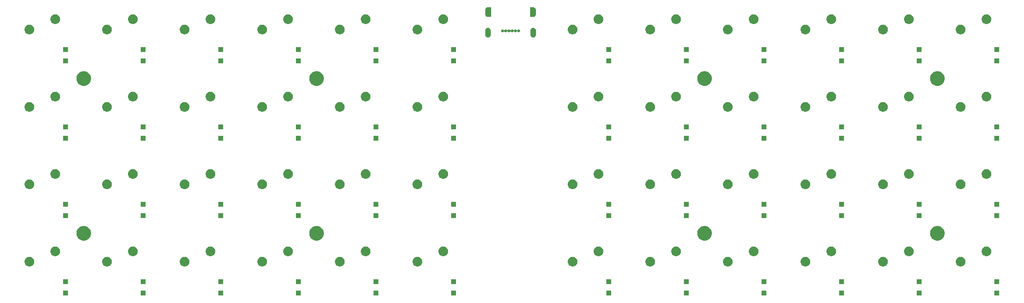
<source format=gbs>
G04 #@! TF.GenerationSoftware,KiCad,Pcbnew,(5.1.2)-2*
G04 #@! TF.CreationDate,2019-06-29T16:51:37+09:00*
G04 #@! TF.ProjectId,pcb,7063622e-6b69-4636-9164-5f7063625858,rev?*
G04 #@! TF.SameCoordinates,Original*
G04 #@! TF.FileFunction,Soldermask,Bot*
G04 #@! TF.FilePolarity,Negative*
%FSLAX46Y46*%
G04 Gerber Fmt 4.6, Leading zero omitted, Abs format (unit mm)*
G04 Created by KiCad (PCBNEW (5.1.2)-2) date 2019-06-29 16:51:37*
%MOMM*%
%LPD*%
G04 APERTURE LIST*
%ADD10C,0.100000*%
G04 APERTURE END LIST*
D10*
G36*
X212056000Y-101061000D02*
G01*
X210854000Y-101061000D01*
X210854000Y-99859000D01*
X212056000Y-99859000D01*
X212056000Y-101061000D01*
X212056000Y-101061000D01*
G37*
G36*
X250156000Y-101061000D02*
G01*
X248954000Y-101061000D01*
X248954000Y-99859000D01*
X250156000Y-99859000D01*
X250156000Y-101061000D01*
X250156000Y-101061000D01*
G37*
G36*
X40606000Y-101061000D02*
G01*
X39404000Y-101061000D01*
X39404000Y-99859000D01*
X40606000Y-99859000D01*
X40606000Y-101061000D01*
X40606000Y-101061000D01*
G37*
G36*
X59656000Y-101061000D02*
G01*
X58454000Y-101061000D01*
X58454000Y-99859000D01*
X59656000Y-99859000D01*
X59656000Y-101061000D01*
X59656000Y-101061000D01*
G37*
G36*
X78706000Y-101061000D02*
G01*
X77504000Y-101061000D01*
X77504000Y-99859000D01*
X78706000Y-99859000D01*
X78706000Y-101061000D01*
X78706000Y-101061000D01*
G37*
G36*
X97756000Y-101061000D02*
G01*
X96554000Y-101061000D01*
X96554000Y-99859000D01*
X97756000Y-99859000D01*
X97756000Y-101061000D01*
X97756000Y-101061000D01*
G37*
G36*
X116806000Y-101061000D02*
G01*
X115604000Y-101061000D01*
X115604000Y-99859000D01*
X116806000Y-99859000D01*
X116806000Y-101061000D01*
X116806000Y-101061000D01*
G37*
G36*
X231106000Y-101061000D02*
G01*
X229904000Y-101061000D01*
X229904000Y-99859000D01*
X231106000Y-99859000D01*
X231106000Y-101061000D01*
X231106000Y-101061000D01*
G37*
G36*
X135856000Y-101061000D02*
G01*
X134654000Y-101061000D01*
X134654000Y-99859000D01*
X135856000Y-99859000D01*
X135856000Y-101061000D01*
X135856000Y-101061000D01*
G37*
G36*
X173956000Y-101061000D02*
G01*
X172754000Y-101061000D01*
X172754000Y-99859000D01*
X173956000Y-99859000D01*
X173956000Y-101061000D01*
X173956000Y-101061000D01*
G37*
G36*
X269206000Y-101061000D02*
G01*
X268004000Y-101061000D01*
X268004000Y-99859000D01*
X269206000Y-99859000D01*
X269206000Y-101061000D01*
X269206000Y-101061000D01*
G37*
G36*
X193006000Y-101061000D02*
G01*
X191804000Y-101061000D01*
X191804000Y-99859000D01*
X193006000Y-99859000D01*
X193006000Y-101061000D01*
X193006000Y-101061000D01*
G37*
G36*
X212056000Y-98261000D02*
G01*
X210854000Y-98261000D01*
X210854000Y-97059000D01*
X212056000Y-97059000D01*
X212056000Y-98261000D01*
X212056000Y-98261000D01*
G37*
G36*
X59656000Y-98261000D02*
G01*
X58454000Y-98261000D01*
X58454000Y-97059000D01*
X59656000Y-97059000D01*
X59656000Y-98261000D01*
X59656000Y-98261000D01*
G37*
G36*
X78706000Y-98261000D02*
G01*
X77504000Y-98261000D01*
X77504000Y-97059000D01*
X78706000Y-97059000D01*
X78706000Y-98261000D01*
X78706000Y-98261000D01*
G37*
G36*
X97756000Y-98261000D02*
G01*
X96554000Y-98261000D01*
X96554000Y-97059000D01*
X97756000Y-97059000D01*
X97756000Y-98261000D01*
X97756000Y-98261000D01*
G37*
G36*
X116806000Y-98261000D02*
G01*
X115604000Y-98261000D01*
X115604000Y-97059000D01*
X116806000Y-97059000D01*
X116806000Y-98261000D01*
X116806000Y-98261000D01*
G37*
G36*
X135856000Y-98261000D02*
G01*
X134654000Y-98261000D01*
X134654000Y-97059000D01*
X135856000Y-97059000D01*
X135856000Y-98261000D01*
X135856000Y-98261000D01*
G37*
G36*
X173956000Y-98261000D02*
G01*
X172754000Y-98261000D01*
X172754000Y-97059000D01*
X173956000Y-97059000D01*
X173956000Y-98261000D01*
X173956000Y-98261000D01*
G37*
G36*
X193006000Y-98261000D02*
G01*
X191804000Y-98261000D01*
X191804000Y-97059000D01*
X193006000Y-97059000D01*
X193006000Y-98261000D01*
X193006000Y-98261000D01*
G37*
G36*
X269206000Y-98261000D02*
G01*
X268004000Y-98261000D01*
X268004000Y-97059000D01*
X269206000Y-97059000D01*
X269206000Y-98261000D01*
X269206000Y-98261000D01*
G37*
G36*
X231106000Y-98261000D02*
G01*
X229904000Y-98261000D01*
X229904000Y-97059000D01*
X231106000Y-97059000D01*
X231106000Y-98261000D01*
X231106000Y-98261000D01*
G37*
G36*
X250156000Y-98261000D02*
G01*
X248954000Y-98261000D01*
X248954000Y-97059000D01*
X250156000Y-97059000D01*
X250156000Y-98261000D01*
X250156000Y-98261000D01*
G37*
G36*
X40606000Y-98261000D02*
G01*
X39404000Y-98261000D01*
X39404000Y-97059000D01*
X40606000Y-97059000D01*
X40606000Y-98261000D01*
X40606000Y-98261000D01*
G37*
G36*
X183863276Y-91561884D02*
G01*
X184080569Y-91651890D01*
X184080571Y-91651891D01*
X184276130Y-91782560D01*
X184442440Y-91948870D01*
X184573110Y-92144431D01*
X184663116Y-92361724D01*
X184709000Y-92592400D01*
X184709000Y-92827600D01*
X184663116Y-93058276D01*
X184573110Y-93275569D01*
X184573109Y-93275571D01*
X184442440Y-93471130D01*
X184276130Y-93637440D01*
X184080571Y-93768109D01*
X184080570Y-93768110D01*
X184080569Y-93768110D01*
X183863276Y-93858116D01*
X183632600Y-93904000D01*
X183397400Y-93904000D01*
X183166724Y-93858116D01*
X182949431Y-93768110D01*
X182949430Y-93768110D01*
X182949429Y-93768109D01*
X182753870Y-93637440D01*
X182587560Y-93471130D01*
X182456891Y-93275571D01*
X182456890Y-93275569D01*
X182366884Y-93058276D01*
X182321000Y-92827600D01*
X182321000Y-92592400D01*
X182366884Y-92361724D01*
X182456890Y-92144431D01*
X182587560Y-91948870D01*
X182753870Y-91782560D01*
X182949429Y-91651891D01*
X182949431Y-91651890D01*
X183166724Y-91561884D01*
X183397400Y-91516000D01*
X183632600Y-91516000D01*
X183863276Y-91561884D01*
X183863276Y-91561884D01*
G37*
G36*
X50513276Y-91561884D02*
G01*
X50730569Y-91651890D01*
X50730571Y-91651891D01*
X50926130Y-91782560D01*
X51092440Y-91948870D01*
X51223110Y-92144431D01*
X51313116Y-92361724D01*
X51359000Y-92592400D01*
X51359000Y-92827600D01*
X51313116Y-93058276D01*
X51223110Y-93275569D01*
X51223109Y-93275571D01*
X51092440Y-93471130D01*
X50926130Y-93637440D01*
X50730571Y-93768109D01*
X50730570Y-93768110D01*
X50730569Y-93768110D01*
X50513276Y-93858116D01*
X50282600Y-93904000D01*
X50047400Y-93904000D01*
X49816724Y-93858116D01*
X49599431Y-93768110D01*
X49599430Y-93768110D01*
X49599429Y-93768109D01*
X49403870Y-93637440D01*
X49237560Y-93471130D01*
X49106891Y-93275571D01*
X49106890Y-93275569D01*
X49016884Y-93058276D01*
X48971000Y-92827600D01*
X48971000Y-92592400D01*
X49016884Y-92361724D01*
X49106890Y-92144431D01*
X49237560Y-91948870D01*
X49403870Y-91782560D01*
X49599429Y-91651891D01*
X49599431Y-91651890D01*
X49816724Y-91561884D01*
X50047400Y-91516000D01*
X50282600Y-91516000D01*
X50513276Y-91561884D01*
X50513276Y-91561884D01*
G37*
G36*
X69563276Y-91561884D02*
G01*
X69780569Y-91651890D01*
X69780571Y-91651891D01*
X69976130Y-91782560D01*
X70142440Y-91948870D01*
X70273110Y-92144431D01*
X70363116Y-92361724D01*
X70409000Y-92592400D01*
X70409000Y-92827600D01*
X70363116Y-93058276D01*
X70273110Y-93275569D01*
X70273109Y-93275571D01*
X70142440Y-93471130D01*
X69976130Y-93637440D01*
X69780571Y-93768109D01*
X69780570Y-93768110D01*
X69780569Y-93768110D01*
X69563276Y-93858116D01*
X69332600Y-93904000D01*
X69097400Y-93904000D01*
X68866724Y-93858116D01*
X68649431Y-93768110D01*
X68649430Y-93768110D01*
X68649429Y-93768109D01*
X68453870Y-93637440D01*
X68287560Y-93471130D01*
X68156891Y-93275571D01*
X68156890Y-93275569D01*
X68066884Y-93058276D01*
X68021000Y-92827600D01*
X68021000Y-92592400D01*
X68066884Y-92361724D01*
X68156890Y-92144431D01*
X68287560Y-91948870D01*
X68453870Y-91782560D01*
X68649429Y-91651891D01*
X68649431Y-91651890D01*
X68866724Y-91561884D01*
X69097400Y-91516000D01*
X69332600Y-91516000D01*
X69563276Y-91561884D01*
X69563276Y-91561884D01*
G37*
G36*
X88613276Y-91561884D02*
G01*
X88830569Y-91651890D01*
X88830571Y-91651891D01*
X89026130Y-91782560D01*
X89192440Y-91948870D01*
X89323110Y-92144431D01*
X89413116Y-92361724D01*
X89459000Y-92592400D01*
X89459000Y-92827600D01*
X89413116Y-93058276D01*
X89323110Y-93275569D01*
X89323109Y-93275571D01*
X89192440Y-93471130D01*
X89026130Y-93637440D01*
X88830571Y-93768109D01*
X88830570Y-93768110D01*
X88830569Y-93768110D01*
X88613276Y-93858116D01*
X88382600Y-93904000D01*
X88147400Y-93904000D01*
X87916724Y-93858116D01*
X87699431Y-93768110D01*
X87699430Y-93768110D01*
X87699429Y-93768109D01*
X87503870Y-93637440D01*
X87337560Y-93471130D01*
X87206891Y-93275571D01*
X87206890Y-93275569D01*
X87116884Y-93058276D01*
X87071000Y-92827600D01*
X87071000Y-92592400D01*
X87116884Y-92361724D01*
X87206890Y-92144431D01*
X87337560Y-91948870D01*
X87503870Y-91782560D01*
X87699429Y-91651891D01*
X87699431Y-91651890D01*
X87916724Y-91561884D01*
X88147400Y-91516000D01*
X88382600Y-91516000D01*
X88613276Y-91561884D01*
X88613276Y-91561884D01*
G37*
G36*
X107663276Y-91561884D02*
G01*
X107880569Y-91651890D01*
X107880571Y-91651891D01*
X108076130Y-91782560D01*
X108242440Y-91948870D01*
X108373110Y-92144431D01*
X108463116Y-92361724D01*
X108509000Y-92592400D01*
X108509000Y-92827600D01*
X108463116Y-93058276D01*
X108373110Y-93275569D01*
X108373109Y-93275571D01*
X108242440Y-93471130D01*
X108076130Y-93637440D01*
X107880571Y-93768109D01*
X107880570Y-93768110D01*
X107880569Y-93768110D01*
X107663276Y-93858116D01*
X107432600Y-93904000D01*
X107197400Y-93904000D01*
X106966724Y-93858116D01*
X106749431Y-93768110D01*
X106749430Y-93768110D01*
X106749429Y-93768109D01*
X106553870Y-93637440D01*
X106387560Y-93471130D01*
X106256891Y-93275571D01*
X106256890Y-93275569D01*
X106166884Y-93058276D01*
X106121000Y-92827600D01*
X106121000Y-92592400D01*
X106166884Y-92361724D01*
X106256890Y-92144431D01*
X106387560Y-91948870D01*
X106553870Y-91782560D01*
X106749429Y-91651891D01*
X106749431Y-91651890D01*
X106966724Y-91561884D01*
X107197400Y-91516000D01*
X107432600Y-91516000D01*
X107663276Y-91561884D01*
X107663276Y-91561884D01*
G37*
G36*
X126713276Y-91561884D02*
G01*
X126930569Y-91651890D01*
X126930571Y-91651891D01*
X127126130Y-91782560D01*
X127292440Y-91948870D01*
X127423110Y-92144431D01*
X127513116Y-92361724D01*
X127559000Y-92592400D01*
X127559000Y-92827600D01*
X127513116Y-93058276D01*
X127423110Y-93275569D01*
X127423109Y-93275571D01*
X127292440Y-93471130D01*
X127126130Y-93637440D01*
X126930571Y-93768109D01*
X126930570Y-93768110D01*
X126930569Y-93768110D01*
X126713276Y-93858116D01*
X126482600Y-93904000D01*
X126247400Y-93904000D01*
X126016724Y-93858116D01*
X125799431Y-93768110D01*
X125799430Y-93768110D01*
X125799429Y-93768109D01*
X125603870Y-93637440D01*
X125437560Y-93471130D01*
X125306891Y-93275571D01*
X125306890Y-93275569D01*
X125216884Y-93058276D01*
X125171000Y-92827600D01*
X125171000Y-92592400D01*
X125216884Y-92361724D01*
X125306890Y-92144431D01*
X125437560Y-91948870D01*
X125603870Y-91782560D01*
X125799429Y-91651891D01*
X125799431Y-91651890D01*
X126016724Y-91561884D01*
X126247400Y-91516000D01*
X126482600Y-91516000D01*
X126713276Y-91561884D01*
X126713276Y-91561884D01*
G37*
G36*
X164813276Y-91561884D02*
G01*
X165030569Y-91651890D01*
X165030571Y-91651891D01*
X165226130Y-91782560D01*
X165392440Y-91948870D01*
X165523110Y-92144431D01*
X165613116Y-92361724D01*
X165659000Y-92592400D01*
X165659000Y-92827600D01*
X165613116Y-93058276D01*
X165523110Y-93275569D01*
X165523109Y-93275571D01*
X165392440Y-93471130D01*
X165226130Y-93637440D01*
X165030571Y-93768109D01*
X165030570Y-93768110D01*
X165030569Y-93768110D01*
X164813276Y-93858116D01*
X164582600Y-93904000D01*
X164347400Y-93904000D01*
X164116724Y-93858116D01*
X163899431Y-93768110D01*
X163899430Y-93768110D01*
X163899429Y-93768109D01*
X163703870Y-93637440D01*
X163537560Y-93471130D01*
X163406891Y-93275571D01*
X163406890Y-93275569D01*
X163316884Y-93058276D01*
X163271000Y-92827600D01*
X163271000Y-92592400D01*
X163316884Y-92361724D01*
X163406890Y-92144431D01*
X163537560Y-91948870D01*
X163703870Y-91782560D01*
X163899429Y-91651891D01*
X163899431Y-91651890D01*
X164116724Y-91561884D01*
X164347400Y-91516000D01*
X164582600Y-91516000D01*
X164813276Y-91561884D01*
X164813276Y-91561884D01*
G37*
G36*
X202913276Y-91561884D02*
G01*
X203130569Y-91651890D01*
X203130571Y-91651891D01*
X203326130Y-91782560D01*
X203492440Y-91948870D01*
X203623110Y-92144431D01*
X203713116Y-92361724D01*
X203759000Y-92592400D01*
X203759000Y-92827600D01*
X203713116Y-93058276D01*
X203623110Y-93275569D01*
X203623109Y-93275571D01*
X203492440Y-93471130D01*
X203326130Y-93637440D01*
X203130571Y-93768109D01*
X203130570Y-93768110D01*
X203130569Y-93768110D01*
X202913276Y-93858116D01*
X202682600Y-93904000D01*
X202447400Y-93904000D01*
X202216724Y-93858116D01*
X201999431Y-93768110D01*
X201999430Y-93768110D01*
X201999429Y-93768109D01*
X201803870Y-93637440D01*
X201637560Y-93471130D01*
X201506891Y-93275571D01*
X201506890Y-93275569D01*
X201416884Y-93058276D01*
X201371000Y-92827600D01*
X201371000Y-92592400D01*
X201416884Y-92361724D01*
X201506890Y-92144431D01*
X201637560Y-91948870D01*
X201803870Y-91782560D01*
X201999429Y-91651891D01*
X201999431Y-91651890D01*
X202216724Y-91561884D01*
X202447400Y-91516000D01*
X202682600Y-91516000D01*
X202913276Y-91561884D01*
X202913276Y-91561884D01*
G37*
G36*
X221963276Y-91561884D02*
G01*
X222180569Y-91651890D01*
X222180571Y-91651891D01*
X222376130Y-91782560D01*
X222542440Y-91948870D01*
X222673110Y-92144431D01*
X222763116Y-92361724D01*
X222809000Y-92592400D01*
X222809000Y-92827600D01*
X222763116Y-93058276D01*
X222673110Y-93275569D01*
X222673109Y-93275571D01*
X222542440Y-93471130D01*
X222376130Y-93637440D01*
X222180571Y-93768109D01*
X222180570Y-93768110D01*
X222180569Y-93768110D01*
X221963276Y-93858116D01*
X221732600Y-93904000D01*
X221497400Y-93904000D01*
X221266724Y-93858116D01*
X221049431Y-93768110D01*
X221049430Y-93768110D01*
X221049429Y-93768109D01*
X220853870Y-93637440D01*
X220687560Y-93471130D01*
X220556891Y-93275571D01*
X220556890Y-93275569D01*
X220466884Y-93058276D01*
X220421000Y-92827600D01*
X220421000Y-92592400D01*
X220466884Y-92361724D01*
X220556890Y-92144431D01*
X220687560Y-91948870D01*
X220853870Y-91782560D01*
X221049429Y-91651891D01*
X221049431Y-91651890D01*
X221266724Y-91561884D01*
X221497400Y-91516000D01*
X221732600Y-91516000D01*
X221963276Y-91561884D01*
X221963276Y-91561884D01*
G37*
G36*
X241013276Y-91561884D02*
G01*
X241230569Y-91651890D01*
X241230571Y-91651891D01*
X241426130Y-91782560D01*
X241592440Y-91948870D01*
X241723110Y-92144431D01*
X241813116Y-92361724D01*
X241859000Y-92592400D01*
X241859000Y-92827600D01*
X241813116Y-93058276D01*
X241723110Y-93275569D01*
X241723109Y-93275571D01*
X241592440Y-93471130D01*
X241426130Y-93637440D01*
X241230571Y-93768109D01*
X241230570Y-93768110D01*
X241230569Y-93768110D01*
X241013276Y-93858116D01*
X240782600Y-93904000D01*
X240547400Y-93904000D01*
X240316724Y-93858116D01*
X240099431Y-93768110D01*
X240099430Y-93768110D01*
X240099429Y-93768109D01*
X239903870Y-93637440D01*
X239737560Y-93471130D01*
X239606891Y-93275571D01*
X239606890Y-93275569D01*
X239516884Y-93058276D01*
X239471000Y-92827600D01*
X239471000Y-92592400D01*
X239516884Y-92361724D01*
X239606890Y-92144431D01*
X239737560Y-91948870D01*
X239903870Y-91782560D01*
X240099429Y-91651891D01*
X240099431Y-91651890D01*
X240316724Y-91561884D01*
X240547400Y-91516000D01*
X240782600Y-91516000D01*
X241013276Y-91561884D01*
X241013276Y-91561884D01*
G37*
G36*
X31463276Y-91561884D02*
G01*
X31680569Y-91651890D01*
X31680571Y-91651891D01*
X31876130Y-91782560D01*
X32042440Y-91948870D01*
X32173110Y-92144431D01*
X32263116Y-92361724D01*
X32309000Y-92592400D01*
X32309000Y-92827600D01*
X32263116Y-93058276D01*
X32173110Y-93275569D01*
X32173109Y-93275571D01*
X32042440Y-93471130D01*
X31876130Y-93637440D01*
X31680571Y-93768109D01*
X31680570Y-93768110D01*
X31680569Y-93768110D01*
X31463276Y-93858116D01*
X31232600Y-93904000D01*
X30997400Y-93904000D01*
X30766724Y-93858116D01*
X30549431Y-93768110D01*
X30549430Y-93768110D01*
X30549429Y-93768109D01*
X30353870Y-93637440D01*
X30187560Y-93471130D01*
X30056891Y-93275571D01*
X30056890Y-93275569D01*
X29966884Y-93058276D01*
X29921000Y-92827600D01*
X29921000Y-92592400D01*
X29966884Y-92361724D01*
X30056890Y-92144431D01*
X30187560Y-91948870D01*
X30353870Y-91782560D01*
X30549429Y-91651891D01*
X30549431Y-91651890D01*
X30766724Y-91561884D01*
X30997400Y-91516000D01*
X31232600Y-91516000D01*
X31463276Y-91561884D01*
X31463276Y-91561884D01*
G37*
G36*
X260063276Y-91561884D02*
G01*
X260280569Y-91651890D01*
X260280571Y-91651891D01*
X260476130Y-91782560D01*
X260642440Y-91948870D01*
X260773110Y-92144431D01*
X260863116Y-92361724D01*
X260909000Y-92592400D01*
X260909000Y-92827600D01*
X260863116Y-93058276D01*
X260773110Y-93275569D01*
X260773109Y-93275571D01*
X260642440Y-93471130D01*
X260476130Y-93637440D01*
X260280571Y-93768109D01*
X260280570Y-93768110D01*
X260280569Y-93768110D01*
X260063276Y-93858116D01*
X259832600Y-93904000D01*
X259597400Y-93904000D01*
X259366724Y-93858116D01*
X259149431Y-93768110D01*
X259149430Y-93768110D01*
X259149429Y-93768109D01*
X258953870Y-93637440D01*
X258787560Y-93471130D01*
X258656891Y-93275571D01*
X258656890Y-93275569D01*
X258566884Y-93058276D01*
X258521000Y-92827600D01*
X258521000Y-92592400D01*
X258566884Y-92361724D01*
X258656890Y-92144431D01*
X258787560Y-91948870D01*
X258953870Y-91782560D01*
X259149429Y-91651891D01*
X259149431Y-91651890D01*
X259366724Y-91561884D01*
X259597400Y-91516000D01*
X259832600Y-91516000D01*
X260063276Y-91561884D01*
X260063276Y-91561884D01*
G37*
G36*
X228313276Y-89021884D02*
G01*
X228530569Y-89111890D01*
X228530571Y-89111891D01*
X228726130Y-89242560D01*
X228892440Y-89408870D01*
X229023110Y-89604431D01*
X229113116Y-89821724D01*
X229159000Y-90052400D01*
X229159000Y-90287600D01*
X229113116Y-90518276D01*
X229023110Y-90735569D01*
X229023109Y-90735571D01*
X228892440Y-90931130D01*
X228726130Y-91097440D01*
X228530571Y-91228109D01*
X228530570Y-91228110D01*
X228530569Y-91228110D01*
X228313276Y-91318116D01*
X228082600Y-91364000D01*
X227847400Y-91364000D01*
X227616724Y-91318116D01*
X227399431Y-91228110D01*
X227399430Y-91228110D01*
X227399429Y-91228109D01*
X227203870Y-91097440D01*
X227037560Y-90931130D01*
X226906891Y-90735571D01*
X226906890Y-90735569D01*
X226816884Y-90518276D01*
X226771000Y-90287600D01*
X226771000Y-90052400D01*
X226816884Y-89821724D01*
X226906890Y-89604431D01*
X227037560Y-89408870D01*
X227203870Y-89242560D01*
X227399429Y-89111891D01*
X227399431Y-89111890D01*
X227616724Y-89021884D01*
X227847400Y-88976000D01*
X228082600Y-88976000D01*
X228313276Y-89021884D01*
X228313276Y-89021884D01*
G37*
G36*
X114013276Y-89021884D02*
G01*
X114230569Y-89111890D01*
X114230571Y-89111891D01*
X114426130Y-89242560D01*
X114592440Y-89408870D01*
X114723110Y-89604431D01*
X114813116Y-89821724D01*
X114859000Y-90052400D01*
X114859000Y-90287600D01*
X114813116Y-90518276D01*
X114723110Y-90735569D01*
X114723109Y-90735571D01*
X114592440Y-90931130D01*
X114426130Y-91097440D01*
X114230571Y-91228109D01*
X114230570Y-91228110D01*
X114230569Y-91228110D01*
X114013276Y-91318116D01*
X113782600Y-91364000D01*
X113547400Y-91364000D01*
X113316724Y-91318116D01*
X113099431Y-91228110D01*
X113099430Y-91228110D01*
X113099429Y-91228109D01*
X112903870Y-91097440D01*
X112737560Y-90931130D01*
X112606891Y-90735571D01*
X112606890Y-90735569D01*
X112516884Y-90518276D01*
X112471000Y-90287600D01*
X112471000Y-90052400D01*
X112516884Y-89821724D01*
X112606890Y-89604431D01*
X112737560Y-89408870D01*
X112903870Y-89242560D01*
X113099429Y-89111891D01*
X113099431Y-89111890D01*
X113316724Y-89021884D01*
X113547400Y-88976000D01*
X113782600Y-88976000D01*
X114013276Y-89021884D01*
X114013276Y-89021884D01*
G37*
G36*
X37813276Y-89021884D02*
G01*
X38030569Y-89111890D01*
X38030571Y-89111891D01*
X38226130Y-89242560D01*
X38392440Y-89408870D01*
X38523110Y-89604431D01*
X38613116Y-89821724D01*
X38659000Y-90052400D01*
X38659000Y-90287600D01*
X38613116Y-90518276D01*
X38523110Y-90735569D01*
X38523109Y-90735571D01*
X38392440Y-90931130D01*
X38226130Y-91097440D01*
X38030571Y-91228109D01*
X38030570Y-91228110D01*
X38030569Y-91228110D01*
X37813276Y-91318116D01*
X37582600Y-91364000D01*
X37347400Y-91364000D01*
X37116724Y-91318116D01*
X36899431Y-91228110D01*
X36899430Y-91228110D01*
X36899429Y-91228109D01*
X36703870Y-91097440D01*
X36537560Y-90931130D01*
X36406891Y-90735571D01*
X36406890Y-90735569D01*
X36316884Y-90518276D01*
X36271000Y-90287600D01*
X36271000Y-90052400D01*
X36316884Y-89821724D01*
X36406890Y-89604431D01*
X36537560Y-89408870D01*
X36703870Y-89242560D01*
X36899429Y-89111891D01*
X36899431Y-89111890D01*
X37116724Y-89021884D01*
X37347400Y-88976000D01*
X37582600Y-88976000D01*
X37813276Y-89021884D01*
X37813276Y-89021884D01*
G37*
G36*
X266413276Y-89021884D02*
G01*
X266630569Y-89111890D01*
X266630571Y-89111891D01*
X266826130Y-89242560D01*
X266992440Y-89408870D01*
X267123110Y-89604431D01*
X267213116Y-89821724D01*
X267259000Y-90052400D01*
X267259000Y-90287600D01*
X267213116Y-90518276D01*
X267123110Y-90735569D01*
X267123109Y-90735571D01*
X266992440Y-90931130D01*
X266826130Y-91097440D01*
X266630571Y-91228109D01*
X266630570Y-91228110D01*
X266630569Y-91228110D01*
X266413276Y-91318116D01*
X266182600Y-91364000D01*
X265947400Y-91364000D01*
X265716724Y-91318116D01*
X265499431Y-91228110D01*
X265499430Y-91228110D01*
X265499429Y-91228109D01*
X265303870Y-91097440D01*
X265137560Y-90931130D01*
X265006891Y-90735571D01*
X265006890Y-90735569D01*
X264916884Y-90518276D01*
X264871000Y-90287600D01*
X264871000Y-90052400D01*
X264916884Y-89821724D01*
X265006890Y-89604431D01*
X265137560Y-89408870D01*
X265303870Y-89242560D01*
X265499429Y-89111891D01*
X265499431Y-89111890D01*
X265716724Y-89021884D01*
X265947400Y-88976000D01*
X266182600Y-88976000D01*
X266413276Y-89021884D01*
X266413276Y-89021884D01*
G37*
G36*
X247363276Y-89021884D02*
G01*
X247580569Y-89111890D01*
X247580571Y-89111891D01*
X247776130Y-89242560D01*
X247942440Y-89408870D01*
X248073110Y-89604431D01*
X248163116Y-89821724D01*
X248209000Y-90052400D01*
X248209000Y-90287600D01*
X248163116Y-90518276D01*
X248073110Y-90735569D01*
X248073109Y-90735571D01*
X247942440Y-90931130D01*
X247776130Y-91097440D01*
X247580571Y-91228109D01*
X247580570Y-91228110D01*
X247580569Y-91228110D01*
X247363276Y-91318116D01*
X247132600Y-91364000D01*
X246897400Y-91364000D01*
X246666724Y-91318116D01*
X246449431Y-91228110D01*
X246449430Y-91228110D01*
X246449429Y-91228109D01*
X246253870Y-91097440D01*
X246087560Y-90931130D01*
X245956891Y-90735571D01*
X245956890Y-90735569D01*
X245866884Y-90518276D01*
X245821000Y-90287600D01*
X245821000Y-90052400D01*
X245866884Y-89821724D01*
X245956890Y-89604431D01*
X246087560Y-89408870D01*
X246253870Y-89242560D01*
X246449429Y-89111891D01*
X246449431Y-89111890D01*
X246666724Y-89021884D01*
X246897400Y-88976000D01*
X247132600Y-88976000D01*
X247363276Y-89021884D01*
X247363276Y-89021884D01*
G37*
G36*
X56863276Y-89021884D02*
G01*
X57080569Y-89111890D01*
X57080571Y-89111891D01*
X57276130Y-89242560D01*
X57442440Y-89408870D01*
X57573110Y-89604431D01*
X57663116Y-89821724D01*
X57709000Y-90052400D01*
X57709000Y-90287600D01*
X57663116Y-90518276D01*
X57573110Y-90735569D01*
X57573109Y-90735571D01*
X57442440Y-90931130D01*
X57276130Y-91097440D01*
X57080571Y-91228109D01*
X57080570Y-91228110D01*
X57080569Y-91228110D01*
X56863276Y-91318116D01*
X56632600Y-91364000D01*
X56397400Y-91364000D01*
X56166724Y-91318116D01*
X55949431Y-91228110D01*
X55949430Y-91228110D01*
X55949429Y-91228109D01*
X55753870Y-91097440D01*
X55587560Y-90931130D01*
X55456891Y-90735571D01*
X55456890Y-90735569D01*
X55366884Y-90518276D01*
X55321000Y-90287600D01*
X55321000Y-90052400D01*
X55366884Y-89821724D01*
X55456890Y-89604431D01*
X55587560Y-89408870D01*
X55753870Y-89242560D01*
X55949429Y-89111891D01*
X55949431Y-89111890D01*
X56166724Y-89021884D01*
X56397400Y-88976000D01*
X56632600Y-88976000D01*
X56863276Y-89021884D01*
X56863276Y-89021884D01*
G37*
G36*
X209263276Y-89021884D02*
G01*
X209480569Y-89111890D01*
X209480571Y-89111891D01*
X209676130Y-89242560D01*
X209842440Y-89408870D01*
X209973110Y-89604431D01*
X210063116Y-89821724D01*
X210109000Y-90052400D01*
X210109000Y-90287600D01*
X210063116Y-90518276D01*
X209973110Y-90735569D01*
X209973109Y-90735571D01*
X209842440Y-90931130D01*
X209676130Y-91097440D01*
X209480571Y-91228109D01*
X209480570Y-91228110D01*
X209480569Y-91228110D01*
X209263276Y-91318116D01*
X209032600Y-91364000D01*
X208797400Y-91364000D01*
X208566724Y-91318116D01*
X208349431Y-91228110D01*
X208349430Y-91228110D01*
X208349429Y-91228109D01*
X208153870Y-91097440D01*
X207987560Y-90931130D01*
X207856891Y-90735571D01*
X207856890Y-90735569D01*
X207766884Y-90518276D01*
X207721000Y-90287600D01*
X207721000Y-90052400D01*
X207766884Y-89821724D01*
X207856890Y-89604431D01*
X207987560Y-89408870D01*
X208153870Y-89242560D01*
X208349429Y-89111891D01*
X208349431Y-89111890D01*
X208566724Y-89021884D01*
X208797400Y-88976000D01*
X209032600Y-88976000D01*
X209263276Y-89021884D01*
X209263276Y-89021884D01*
G37*
G36*
X75913276Y-89021884D02*
G01*
X76130569Y-89111890D01*
X76130571Y-89111891D01*
X76326130Y-89242560D01*
X76492440Y-89408870D01*
X76623110Y-89604431D01*
X76713116Y-89821724D01*
X76759000Y-90052400D01*
X76759000Y-90287600D01*
X76713116Y-90518276D01*
X76623110Y-90735569D01*
X76623109Y-90735571D01*
X76492440Y-90931130D01*
X76326130Y-91097440D01*
X76130571Y-91228109D01*
X76130570Y-91228110D01*
X76130569Y-91228110D01*
X75913276Y-91318116D01*
X75682600Y-91364000D01*
X75447400Y-91364000D01*
X75216724Y-91318116D01*
X74999431Y-91228110D01*
X74999430Y-91228110D01*
X74999429Y-91228109D01*
X74803870Y-91097440D01*
X74637560Y-90931130D01*
X74506891Y-90735571D01*
X74506890Y-90735569D01*
X74416884Y-90518276D01*
X74371000Y-90287600D01*
X74371000Y-90052400D01*
X74416884Y-89821724D01*
X74506890Y-89604431D01*
X74637560Y-89408870D01*
X74803870Y-89242560D01*
X74999429Y-89111891D01*
X74999431Y-89111890D01*
X75216724Y-89021884D01*
X75447400Y-88976000D01*
X75682600Y-88976000D01*
X75913276Y-89021884D01*
X75913276Y-89021884D01*
G37*
G36*
X190213276Y-89021884D02*
G01*
X190430569Y-89111890D01*
X190430571Y-89111891D01*
X190626130Y-89242560D01*
X190792440Y-89408870D01*
X190923110Y-89604431D01*
X191013116Y-89821724D01*
X191059000Y-90052400D01*
X191059000Y-90287600D01*
X191013116Y-90518276D01*
X190923110Y-90735569D01*
X190923109Y-90735571D01*
X190792440Y-90931130D01*
X190626130Y-91097440D01*
X190430571Y-91228109D01*
X190430570Y-91228110D01*
X190430569Y-91228110D01*
X190213276Y-91318116D01*
X189982600Y-91364000D01*
X189747400Y-91364000D01*
X189516724Y-91318116D01*
X189299431Y-91228110D01*
X189299430Y-91228110D01*
X189299429Y-91228109D01*
X189103870Y-91097440D01*
X188937560Y-90931130D01*
X188806891Y-90735571D01*
X188806890Y-90735569D01*
X188716884Y-90518276D01*
X188671000Y-90287600D01*
X188671000Y-90052400D01*
X188716884Y-89821724D01*
X188806890Y-89604431D01*
X188937560Y-89408870D01*
X189103870Y-89242560D01*
X189299429Y-89111891D01*
X189299431Y-89111890D01*
X189516724Y-89021884D01*
X189747400Y-88976000D01*
X189982600Y-88976000D01*
X190213276Y-89021884D01*
X190213276Y-89021884D01*
G37*
G36*
X171163276Y-89021884D02*
G01*
X171380569Y-89111890D01*
X171380571Y-89111891D01*
X171576130Y-89242560D01*
X171742440Y-89408870D01*
X171873110Y-89604431D01*
X171963116Y-89821724D01*
X172009000Y-90052400D01*
X172009000Y-90287600D01*
X171963116Y-90518276D01*
X171873110Y-90735569D01*
X171873109Y-90735571D01*
X171742440Y-90931130D01*
X171576130Y-91097440D01*
X171380571Y-91228109D01*
X171380570Y-91228110D01*
X171380569Y-91228110D01*
X171163276Y-91318116D01*
X170932600Y-91364000D01*
X170697400Y-91364000D01*
X170466724Y-91318116D01*
X170249431Y-91228110D01*
X170249430Y-91228110D01*
X170249429Y-91228109D01*
X170053870Y-91097440D01*
X169887560Y-90931130D01*
X169756891Y-90735571D01*
X169756890Y-90735569D01*
X169666884Y-90518276D01*
X169621000Y-90287600D01*
X169621000Y-90052400D01*
X169666884Y-89821724D01*
X169756890Y-89604431D01*
X169887560Y-89408870D01*
X170053870Y-89242560D01*
X170249429Y-89111891D01*
X170249431Y-89111890D01*
X170466724Y-89021884D01*
X170697400Y-88976000D01*
X170932600Y-88976000D01*
X171163276Y-89021884D01*
X171163276Y-89021884D01*
G37*
G36*
X94963276Y-89021884D02*
G01*
X95180569Y-89111890D01*
X95180571Y-89111891D01*
X95376130Y-89242560D01*
X95542440Y-89408870D01*
X95673110Y-89604431D01*
X95763116Y-89821724D01*
X95809000Y-90052400D01*
X95809000Y-90287600D01*
X95763116Y-90518276D01*
X95673110Y-90735569D01*
X95673109Y-90735571D01*
X95542440Y-90931130D01*
X95376130Y-91097440D01*
X95180571Y-91228109D01*
X95180570Y-91228110D01*
X95180569Y-91228110D01*
X94963276Y-91318116D01*
X94732600Y-91364000D01*
X94497400Y-91364000D01*
X94266724Y-91318116D01*
X94049431Y-91228110D01*
X94049430Y-91228110D01*
X94049429Y-91228109D01*
X93853870Y-91097440D01*
X93687560Y-90931130D01*
X93556891Y-90735571D01*
X93556890Y-90735569D01*
X93466884Y-90518276D01*
X93421000Y-90287600D01*
X93421000Y-90052400D01*
X93466884Y-89821724D01*
X93556890Y-89604431D01*
X93687560Y-89408870D01*
X93853870Y-89242560D01*
X94049429Y-89111891D01*
X94049431Y-89111890D01*
X94266724Y-89021884D01*
X94497400Y-88976000D01*
X94732600Y-88976000D01*
X94963276Y-89021884D01*
X94963276Y-89021884D01*
G37*
G36*
X133063276Y-89021884D02*
G01*
X133280569Y-89111890D01*
X133280571Y-89111891D01*
X133476130Y-89242560D01*
X133642440Y-89408870D01*
X133773110Y-89604431D01*
X133863116Y-89821724D01*
X133909000Y-90052400D01*
X133909000Y-90287600D01*
X133863116Y-90518276D01*
X133773110Y-90735569D01*
X133773109Y-90735571D01*
X133642440Y-90931130D01*
X133476130Y-91097440D01*
X133280571Y-91228109D01*
X133280570Y-91228110D01*
X133280569Y-91228110D01*
X133063276Y-91318116D01*
X132832600Y-91364000D01*
X132597400Y-91364000D01*
X132366724Y-91318116D01*
X132149431Y-91228110D01*
X132149430Y-91228110D01*
X132149429Y-91228109D01*
X131953870Y-91097440D01*
X131787560Y-90931130D01*
X131656891Y-90735571D01*
X131656890Y-90735569D01*
X131566884Y-90518276D01*
X131521000Y-90287600D01*
X131521000Y-90052400D01*
X131566884Y-89821724D01*
X131656890Y-89604431D01*
X131787560Y-89408870D01*
X131953870Y-89242560D01*
X132149429Y-89111891D01*
X132149431Y-89111890D01*
X132366724Y-89021884D01*
X132597400Y-88976000D01*
X132832600Y-88976000D01*
X133063276Y-89021884D01*
X133063276Y-89021884D01*
G37*
G36*
X254525331Y-83993211D02*
G01*
X254853092Y-84128974D01*
X255148070Y-84326072D01*
X255398928Y-84576930D01*
X255596026Y-84871908D01*
X255731789Y-85199669D01*
X255801000Y-85547616D01*
X255801000Y-85902384D01*
X255731789Y-86250331D01*
X255596026Y-86578092D01*
X255398928Y-86873070D01*
X255148070Y-87123928D01*
X254853092Y-87321026D01*
X254525331Y-87456789D01*
X254177384Y-87526000D01*
X253822616Y-87526000D01*
X253474669Y-87456789D01*
X253146908Y-87321026D01*
X252851930Y-87123928D01*
X252601072Y-86873070D01*
X252403974Y-86578092D01*
X252268211Y-86250331D01*
X252199000Y-85902384D01*
X252199000Y-85547616D01*
X252268211Y-85199669D01*
X252403974Y-84871908D01*
X252601072Y-84576930D01*
X252851930Y-84326072D01*
X253146908Y-84128974D01*
X253474669Y-83993211D01*
X253822616Y-83924000D01*
X254177384Y-83924000D01*
X254525331Y-83993211D01*
X254525331Y-83993211D01*
G37*
G36*
X197375331Y-83993211D02*
G01*
X197703092Y-84128974D01*
X197998070Y-84326072D01*
X198248928Y-84576930D01*
X198446026Y-84871908D01*
X198581789Y-85199669D01*
X198651000Y-85547616D01*
X198651000Y-85902384D01*
X198581789Y-86250331D01*
X198446026Y-86578092D01*
X198248928Y-86873070D01*
X197998070Y-87123928D01*
X197703092Y-87321026D01*
X197375331Y-87456789D01*
X197027384Y-87526000D01*
X196672616Y-87526000D01*
X196324669Y-87456789D01*
X195996908Y-87321026D01*
X195701930Y-87123928D01*
X195451072Y-86873070D01*
X195253974Y-86578092D01*
X195118211Y-86250331D01*
X195049000Y-85902384D01*
X195049000Y-85547616D01*
X195118211Y-85199669D01*
X195253974Y-84871908D01*
X195451072Y-84576930D01*
X195701930Y-84326072D01*
X195996908Y-84128974D01*
X196324669Y-83993211D01*
X196672616Y-83924000D01*
X197027384Y-83924000D01*
X197375331Y-83993211D01*
X197375331Y-83993211D01*
G37*
G36*
X102125331Y-83993211D02*
G01*
X102453092Y-84128974D01*
X102748070Y-84326072D01*
X102998928Y-84576930D01*
X103196026Y-84871908D01*
X103331789Y-85199669D01*
X103401000Y-85547616D01*
X103401000Y-85902384D01*
X103331789Y-86250331D01*
X103196026Y-86578092D01*
X102998928Y-86873070D01*
X102748070Y-87123928D01*
X102453092Y-87321026D01*
X102125331Y-87456789D01*
X101777384Y-87526000D01*
X101422616Y-87526000D01*
X101074669Y-87456789D01*
X100746908Y-87321026D01*
X100451930Y-87123928D01*
X100201072Y-86873070D01*
X100003974Y-86578092D01*
X99868211Y-86250331D01*
X99799000Y-85902384D01*
X99799000Y-85547616D01*
X99868211Y-85199669D01*
X100003974Y-84871908D01*
X100201072Y-84576930D01*
X100451930Y-84326072D01*
X100746908Y-84128974D01*
X101074669Y-83993211D01*
X101422616Y-83924000D01*
X101777384Y-83924000D01*
X102125331Y-83993211D01*
X102125331Y-83993211D01*
G37*
G36*
X44975331Y-83993211D02*
G01*
X45303092Y-84128974D01*
X45598070Y-84326072D01*
X45848928Y-84576930D01*
X46046026Y-84871908D01*
X46181789Y-85199669D01*
X46251000Y-85547616D01*
X46251000Y-85902384D01*
X46181789Y-86250331D01*
X46046026Y-86578092D01*
X45848928Y-86873070D01*
X45598070Y-87123928D01*
X45303092Y-87321026D01*
X44975331Y-87456789D01*
X44627384Y-87526000D01*
X44272616Y-87526000D01*
X43924669Y-87456789D01*
X43596908Y-87321026D01*
X43301930Y-87123928D01*
X43051072Y-86873070D01*
X42853974Y-86578092D01*
X42718211Y-86250331D01*
X42649000Y-85902384D01*
X42649000Y-85547616D01*
X42718211Y-85199669D01*
X42853974Y-84871908D01*
X43051072Y-84576930D01*
X43301930Y-84326072D01*
X43596908Y-84128974D01*
X43924669Y-83993211D01*
X44272616Y-83924000D01*
X44627384Y-83924000D01*
X44975331Y-83993211D01*
X44975331Y-83993211D01*
G37*
G36*
X173956000Y-82011000D02*
G01*
X172754000Y-82011000D01*
X172754000Y-80809000D01*
X173956000Y-80809000D01*
X173956000Y-82011000D01*
X173956000Y-82011000D01*
G37*
G36*
X193006000Y-82011000D02*
G01*
X191804000Y-82011000D01*
X191804000Y-80809000D01*
X193006000Y-80809000D01*
X193006000Y-82011000D01*
X193006000Y-82011000D01*
G37*
G36*
X231106000Y-82011000D02*
G01*
X229904000Y-82011000D01*
X229904000Y-80809000D01*
X231106000Y-80809000D01*
X231106000Y-82011000D01*
X231106000Y-82011000D01*
G37*
G36*
X250156000Y-82011000D02*
G01*
X248954000Y-82011000D01*
X248954000Y-80809000D01*
X250156000Y-80809000D01*
X250156000Y-82011000D01*
X250156000Y-82011000D01*
G37*
G36*
X269206000Y-82011000D02*
G01*
X268004000Y-82011000D01*
X268004000Y-80809000D01*
X269206000Y-80809000D01*
X269206000Y-82011000D01*
X269206000Y-82011000D01*
G37*
G36*
X78706000Y-82011000D02*
G01*
X77504000Y-82011000D01*
X77504000Y-80809000D01*
X78706000Y-80809000D01*
X78706000Y-82011000D01*
X78706000Y-82011000D01*
G37*
G36*
X116806000Y-82011000D02*
G01*
X115604000Y-82011000D01*
X115604000Y-80809000D01*
X116806000Y-80809000D01*
X116806000Y-82011000D01*
X116806000Y-82011000D01*
G37*
G36*
X135856000Y-82011000D02*
G01*
X134654000Y-82011000D01*
X134654000Y-80809000D01*
X135856000Y-80809000D01*
X135856000Y-82011000D01*
X135856000Y-82011000D01*
G37*
G36*
X212056000Y-82011000D02*
G01*
X210854000Y-82011000D01*
X210854000Y-80809000D01*
X212056000Y-80809000D01*
X212056000Y-82011000D01*
X212056000Y-82011000D01*
G37*
G36*
X40606000Y-82011000D02*
G01*
X39404000Y-82011000D01*
X39404000Y-80809000D01*
X40606000Y-80809000D01*
X40606000Y-82011000D01*
X40606000Y-82011000D01*
G37*
G36*
X97756000Y-82011000D02*
G01*
X96554000Y-82011000D01*
X96554000Y-80809000D01*
X97756000Y-80809000D01*
X97756000Y-82011000D01*
X97756000Y-82011000D01*
G37*
G36*
X59656000Y-82011000D02*
G01*
X58454000Y-82011000D01*
X58454000Y-80809000D01*
X59656000Y-80809000D01*
X59656000Y-82011000D01*
X59656000Y-82011000D01*
G37*
G36*
X116806000Y-79211000D02*
G01*
X115604000Y-79211000D01*
X115604000Y-78009000D01*
X116806000Y-78009000D01*
X116806000Y-79211000D01*
X116806000Y-79211000D01*
G37*
G36*
X40606000Y-79211000D02*
G01*
X39404000Y-79211000D01*
X39404000Y-78009000D01*
X40606000Y-78009000D01*
X40606000Y-79211000D01*
X40606000Y-79211000D01*
G37*
G36*
X78706000Y-79211000D02*
G01*
X77504000Y-79211000D01*
X77504000Y-78009000D01*
X78706000Y-78009000D01*
X78706000Y-79211000D01*
X78706000Y-79211000D01*
G37*
G36*
X97756000Y-79211000D02*
G01*
X96554000Y-79211000D01*
X96554000Y-78009000D01*
X97756000Y-78009000D01*
X97756000Y-79211000D01*
X97756000Y-79211000D01*
G37*
G36*
X135856000Y-79211000D02*
G01*
X134654000Y-79211000D01*
X134654000Y-78009000D01*
X135856000Y-78009000D01*
X135856000Y-79211000D01*
X135856000Y-79211000D01*
G37*
G36*
X173956000Y-79211000D02*
G01*
X172754000Y-79211000D01*
X172754000Y-78009000D01*
X173956000Y-78009000D01*
X173956000Y-79211000D01*
X173956000Y-79211000D01*
G37*
G36*
X193006000Y-79211000D02*
G01*
X191804000Y-79211000D01*
X191804000Y-78009000D01*
X193006000Y-78009000D01*
X193006000Y-79211000D01*
X193006000Y-79211000D01*
G37*
G36*
X212056000Y-79211000D02*
G01*
X210854000Y-79211000D01*
X210854000Y-78009000D01*
X212056000Y-78009000D01*
X212056000Y-79211000D01*
X212056000Y-79211000D01*
G37*
G36*
X231106000Y-79211000D02*
G01*
X229904000Y-79211000D01*
X229904000Y-78009000D01*
X231106000Y-78009000D01*
X231106000Y-79211000D01*
X231106000Y-79211000D01*
G37*
G36*
X250156000Y-79211000D02*
G01*
X248954000Y-79211000D01*
X248954000Y-78009000D01*
X250156000Y-78009000D01*
X250156000Y-79211000D01*
X250156000Y-79211000D01*
G37*
G36*
X269206000Y-79211000D02*
G01*
X268004000Y-79211000D01*
X268004000Y-78009000D01*
X269206000Y-78009000D01*
X269206000Y-79211000D01*
X269206000Y-79211000D01*
G37*
G36*
X59656000Y-79211000D02*
G01*
X58454000Y-79211000D01*
X58454000Y-78009000D01*
X59656000Y-78009000D01*
X59656000Y-79211000D01*
X59656000Y-79211000D01*
G37*
G36*
X164813276Y-72511884D02*
G01*
X165030569Y-72601890D01*
X165030571Y-72601891D01*
X165226130Y-72732560D01*
X165392440Y-72898870D01*
X165523110Y-73094431D01*
X165613116Y-73311724D01*
X165659000Y-73542400D01*
X165659000Y-73777600D01*
X165613116Y-74008276D01*
X165523110Y-74225569D01*
X165523109Y-74225571D01*
X165392440Y-74421130D01*
X165226130Y-74587440D01*
X165030571Y-74718109D01*
X165030570Y-74718110D01*
X165030569Y-74718110D01*
X164813276Y-74808116D01*
X164582600Y-74854000D01*
X164347400Y-74854000D01*
X164116724Y-74808116D01*
X163899431Y-74718110D01*
X163899430Y-74718110D01*
X163899429Y-74718109D01*
X163703870Y-74587440D01*
X163537560Y-74421130D01*
X163406891Y-74225571D01*
X163406890Y-74225569D01*
X163316884Y-74008276D01*
X163271000Y-73777600D01*
X163271000Y-73542400D01*
X163316884Y-73311724D01*
X163406890Y-73094431D01*
X163537560Y-72898870D01*
X163703870Y-72732560D01*
X163899429Y-72601891D01*
X163899431Y-72601890D01*
X164116724Y-72511884D01*
X164347400Y-72466000D01*
X164582600Y-72466000D01*
X164813276Y-72511884D01*
X164813276Y-72511884D01*
G37*
G36*
X202913276Y-72511884D02*
G01*
X203130569Y-72601890D01*
X203130571Y-72601891D01*
X203326130Y-72732560D01*
X203492440Y-72898870D01*
X203623110Y-73094431D01*
X203713116Y-73311724D01*
X203759000Y-73542400D01*
X203759000Y-73777600D01*
X203713116Y-74008276D01*
X203623110Y-74225569D01*
X203623109Y-74225571D01*
X203492440Y-74421130D01*
X203326130Y-74587440D01*
X203130571Y-74718109D01*
X203130570Y-74718110D01*
X203130569Y-74718110D01*
X202913276Y-74808116D01*
X202682600Y-74854000D01*
X202447400Y-74854000D01*
X202216724Y-74808116D01*
X201999431Y-74718110D01*
X201999430Y-74718110D01*
X201999429Y-74718109D01*
X201803870Y-74587440D01*
X201637560Y-74421130D01*
X201506891Y-74225571D01*
X201506890Y-74225569D01*
X201416884Y-74008276D01*
X201371000Y-73777600D01*
X201371000Y-73542400D01*
X201416884Y-73311724D01*
X201506890Y-73094431D01*
X201637560Y-72898870D01*
X201803870Y-72732560D01*
X201999429Y-72601891D01*
X201999431Y-72601890D01*
X202216724Y-72511884D01*
X202447400Y-72466000D01*
X202682600Y-72466000D01*
X202913276Y-72511884D01*
X202913276Y-72511884D01*
G37*
G36*
X221963276Y-72511884D02*
G01*
X222180569Y-72601890D01*
X222180571Y-72601891D01*
X222376130Y-72732560D01*
X222542440Y-72898870D01*
X222673110Y-73094431D01*
X222763116Y-73311724D01*
X222809000Y-73542400D01*
X222809000Y-73777600D01*
X222763116Y-74008276D01*
X222673110Y-74225569D01*
X222673109Y-74225571D01*
X222542440Y-74421130D01*
X222376130Y-74587440D01*
X222180571Y-74718109D01*
X222180570Y-74718110D01*
X222180569Y-74718110D01*
X221963276Y-74808116D01*
X221732600Y-74854000D01*
X221497400Y-74854000D01*
X221266724Y-74808116D01*
X221049431Y-74718110D01*
X221049430Y-74718110D01*
X221049429Y-74718109D01*
X220853870Y-74587440D01*
X220687560Y-74421130D01*
X220556891Y-74225571D01*
X220556890Y-74225569D01*
X220466884Y-74008276D01*
X220421000Y-73777600D01*
X220421000Y-73542400D01*
X220466884Y-73311724D01*
X220556890Y-73094431D01*
X220687560Y-72898870D01*
X220853870Y-72732560D01*
X221049429Y-72601891D01*
X221049431Y-72601890D01*
X221266724Y-72511884D01*
X221497400Y-72466000D01*
X221732600Y-72466000D01*
X221963276Y-72511884D01*
X221963276Y-72511884D01*
G37*
G36*
X241013276Y-72511884D02*
G01*
X241230569Y-72601890D01*
X241230571Y-72601891D01*
X241426130Y-72732560D01*
X241592440Y-72898870D01*
X241723110Y-73094431D01*
X241813116Y-73311724D01*
X241859000Y-73542400D01*
X241859000Y-73777600D01*
X241813116Y-74008276D01*
X241723110Y-74225569D01*
X241723109Y-74225571D01*
X241592440Y-74421130D01*
X241426130Y-74587440D01*
X241230571Y-74718109D01*
X241230570Y-74718110D01*
X241230569Y-74718110D01*
X241013276Y-74808116D01*
X240782600Y-74854000D01*
X240547400Y-74854000D01*
X240316724Y-74808116D01*
X240099431Y-74718110D01*
X240099430Y-74718110D01*
X240099429Y-74718109D01*
X239903870Y-74587440D01*
X239737560Y-74421130D01*
X239606891Y-74225571D01*
X239606890Y-74225569D01*
X239516884Y-74008276D01*
X239471000Y-73777600D01*
X239471000Y-73542400D01*
X239516884Y-73311724D01*
X239606890Y-73094431D01*
X239737560Y-72898870D01*
X239903870Y-72732560D01*
X240099429Y-72601891D01*
X240099431Y-72601890D01*
X240316724Y-72511884D01*
X240547400Y-72466000D01*
X240782600Y-72466000D01*
X241013276Y-72511884D01*
X241013276Y-72511884D01*
G37*
G36*
X183863276Y-72511884D02*
G01*
X184080569Y-72601890D01*
X184080571Y-72601891D01*
X184276130Y-72732560D01*
X184442440Y-72898870D01*
X184573110Y-73094431D01*
X184663116Y-73311724D01*
X184709000Y-73542400D01*
X184709000Y-73777600D01*
X184663116Y-74008276D01*
X184573110Y-74225569D01*
X184573109Y-74225571D01*
X184442440Y-74421130D01*
X184276130Y-74587440D01*
X184080571Y-74718109D01*
X184080570Y-74718110D01*
X184080569Y-74718110D01*
X183863276Y-74808116D01*
X183632600Y-74854000D01*
X183397400Y-74854000D01*
X183166724Y-74808116D01*
X182949431Y-74718110D01*
X182949430Y-74718110D01*
X182949429Y-74718109D01*
X182753870Y-74587440D01*
X182587560Y-74421130D01*
X182456891Y-74225571D01*
X182456890Y-74225569D01*
X182366884Y-74008276D01*
X182321000Y-73777600D01*
X182321000Y-73542400D01*
X182366884Y-73311724D01*
X182456890Y-73094431D01*
X182587560Y-72898870D01*
X182753870Y-72732560D01*
X182949429Y-72601891D01*
X182949431Y-72601890D01*
X183166724Y-72511884D01*
X183397400Y-72466000D01*
X183632600Y-72466000D01*
X183863276Y-72511884D01*
X183863276Y-72511884D01*
G37*
G36*
X126713276Y-72511884D02*
G01*
X126930569Y-72601890D01*
X126930571Y-72601891D01*
X127126130Y-72732560D01*
X127292440Y-72898870D01*
X127423110Y-73094431D01*
X127513116Y-73311724D01*
X127559000Y-73542400D01*
X127559000Y-73777600D01*
X127513116Y-74008276D01*
X127423110Y-74225569D01*
X127423109Y-74225571D01*
X127292440Y-74421130D01*
X127126130Y-74587440D01*
X126930571Y-74718109D01*
X126930570Y-74718110D01*
X126930569Y-74718110D01*
X126713276Y-74808116D01*
X126482600Y-74854000D01*
X126247400Y-74854000D01*
X126016724Y-74808116D01*
X125799431Y-74718110D01*
X125799430Y-74718110D01*
X125799429Y-74718109D01*
X125603870Y-74587440D01*
X125437560Y-74421130D01*
X125306891Y-74225571D01*
X125306890Y-74225569D01*
X125216884Y-74008276D01*
X125171000Y-73777600D01*
X125171000Y-73542400D01*
X125216884Y-73311724D01*
X125306890Y-73094431D01*
X125437560Y-72898870D01*
X125603870Y-72732560D01*
X125799429Y-72601891D01*
X125799431Y-72601890D01*
X126016724Y-72511884D01*
X126247400Y-72466000D01*
X126482600Y-72466000D01*
X126713276Y-72511884D01*
X126713276Y-72511884D01*
G37*
G36*
X107663276Y-72511884D02*
G01*
X107880569Y-72601890D01*
X107880571Y-72601891D01*
X108076130Y-72732560D01*
X108242440Y-72898870D01*
X108373110Y-73094431D01*
X108463116Y-73311724D01*
X108509000Y-73542400D01*
X108509000Y-73777600D01*
X108463116Y-74008276D01*
X108373110Y-74225569D01*
X108373109Y-74225571D01*
X108242440Y-74421130D01*
X108076130Y-74587440D01*
X107880571Y-74718109D01*
X107880570Y-74718110D01*
X107880569Y-74718110D01*
X107663276Y-74808116D01*
X107432600Y-74854000D01*
X107197400Y-74854000D01*
X106966724Y-74808116D01*
X106749431Y-74718110D01*
X106749430Y-74718110D01*
X106749429Y-74718109D01*
X106553870Y-74587440D01*
X106387560Y-74421130D01*
X106256891Y-74225571D01*
X106256890Y-74225569D01*
X106166884Y-74008276D01*
X106121000Y-73777600D01*
X106121000Y-73542400D01*
X106166884Y-73311724D01*
X106256890Y-73094431D01*
X106387560Y-72898870D01*
X106553870Y-72732560D01*
X106749429Y-72601891D01*
X106749431Y-72601890D01*
X106966724Y-72511884D01*
X107197400Y-72466000D01*
X107432600Y-72466000D01*
X107663276Y-72511884D01*
X107663276Y-72511884D01*
G37*
G36*
X88613276Y-72511884D02*
G01*
X88830569Y-72601890D01*
X88830571Y-72601891D01*
X89026130Y-72732560D01*
X89192440Y-72898870D01*
X89323110Y-73094431D01*
X89413116Y-73311724D01*
X89459000Y-73542400D01*
X89459000Y-73777600D01*
X89413116Y-74008276D01*
X89323110Y-74225569D01*
X89323109Y-74225571D01*
X89192440Y-74421130D01*
X89026130Y-74587440D01*
X88830571Y-74718109D01*
X88830570Y-74718110D01*
X88830569Y-74718110D01*
X88613276Y-74808116D01*
X88382600Y-74854000D01*
X88147400Y-74854000D01*
X87916724Y-74808116D01*
X87699431Y-74718110D01*
X87699430Y-74718110D01*
X87699429Y-74718109D01*
X87503870Y-74587440D01*
X87337560Y-74421130D01*
X87206891Y-74225571D01*
X87206890Y-74225569D01*
X87116884Y-74008276D01*
X87071000Y-73777600D01*
X87071000Y-73542400D01*
X87116884Y-73311724D01*
X87206890Y-73094431D01*
X87337560Y-72898870D01*
X87503870Y-72732560D01*
X87699429Y-72601891D01*
X87699431Y-72601890D01*
X87916724Y-72511884D01*
X88147400Y-72466000D01*
X88382600Y-72466000D01*
X88613276Y-72511884D01*
X88613276Y-72511884D01*
G37*
G36*
X260063276Y-72511884D02*
G01*
X260280569Y-72601890D01*
X260280571Y-72601891D01*
X260476130Y-72732560D01*
X260642440Y-72898870D01*
X260773110Y-73094431D01*
X260863116Y-73311724D01*
X260909000Y-73542400D01*
X260909000Y-73777600D01*
X260863116Y-74008276D01*
X260773110Y-74225569D01*
X260773109Y-74225571D01*
X260642440Y-74421130D01*
X260476130Y-74587440D01*
X260280571Y-74718109D01*
X260280570Y-74718110D01*
X260280569Y-74718110D01*
X260063276Y-74808116D01*
X259832600Y-74854000D01*
X259597400Y-74854000D01*
X259366724Y-74808116D01*
X259149431Y-74718110D01*
X259149430Y-74718110D01*
X259149429Y-74718109D01*
X258953870Y-74587440D01*
X258787560Y-74421130D01*
X258656891Y-74225571D01*
X258656890Y-74225569D01*
X258566884Y-74008276D01*
X258521000Y-73777600D01*
X258521000Y-73542400D01*
X258566884Y-73311724D01*
X258656890Y-73094431D01*
X258787560Y-72898870D01*
X258953870Y-72732560D01*
X259149429Y-72601891D01*
X259149431Y-72601890D01*
X259366724Y-72511884D01*
X259597400Y-72466000D01*
X259832600Y-72466000D01*
X260063276Y-72511884D01*
X260063276Y-72511884D01*
G37*
G36*
X50513276Y-72511884D02*
G01*
X50730569Y-72601890D01*
X50730571Y-72601891D01*
X50926130Y-72732560D01*
X51092440Y-72898870D01*
X51223110Y-73094431D01*
X51313116Y-73311724D01*
X51359000Y-73542400D01*
X51359000Y-73777600D01*
X51313116Y-74008276D01*
X51223110Y-74225569D01*
X51223109Y-74225571D01*
X51092440Y-74421130D01*
X50926130Y-74587440D01*
X50730571Y-74718109D01*
X50730570Y-74718110D01*
X50730569Y-74718110D01*
X50513276Y-74808116D01*
X50282600Y-74854000D01*
X50047400Y-74854000D01*
X49816724Y-74808116D01*
X49599431Y-74718110D01*
X49599430Y-74718110D01*
X49599429Y-74718109D01*
X49403870Y-74587440D01*
X49237560Y-74421130D01*
X49106891Y-74225571D01*
X49106890Y-74225569D01*
X49016884Y-74008276D01*
X48971000Y-73777600D01*
X48971000Y-73542400D01*
X49016884Y-73311724D01*
X49106890Y-73094431D01*
X49237560Y-72898870D01*
X49403870Y-72732560D01*
X49599429Y-72601891D01*
X49599431Y-72601890D01*
X49816724Y-72511884D01*
X50047400Y-72466000D01*
X50282600Y-72466000D01*
X50513276Y-72511884D01*
X50513276Y-72511884D01*
G37*
G36*
X69563276Y-72511884D02*
G01*
X69780569Y-72601890D01*
X69780571Y-72601891D01*
X69976130Y-72732560D01*
X70142440Y-72898870D01*
X70273110Y-73094431D01*
X70363116Y-73311724D01*
X70409000Y-73542400D01*
X70409000Y-73777600D01*
X70363116Y-74008276D01*
X70273110Y-74225569D01*
X70273109Y-74225571D01*
X70142440Y-74421130D01*
X69976130Y-74587440D01*
X69780571Y-74718109D01*
X69780570Y-74718110D01*
X69780569Y-74718110D01*
X69563276Y-74808116D01*
X69332600Y-74854000D01*
X69097400Y-74854000D01*
X68866724Y-74808116D01*
X68649431Y-74718110D01*
X68649430Y-74718110D01*
X68649429Y-74718109D01*
X68453870Y-74587440D01*
X68287560Y-74421130D01*
X68156891Y-74225571D01*
X68156890Y-74225569D01*
X68066884Y-74008276D01*
X68021000Y-73777600D01*
X68021000Y-73542400D01*
X68066884Y-73311724D01*
X68156890Y-73094431D01*
X68287560Y-72898870D01*
X68453870Y-72732560D01*
X68649429Y-72601891D01*
X68649431Y-72601890D01*
X68866724Y-72511884D01*
X69097400Y-72466000D01*
X69332600Y-72466000D01*
X69563276Y-72511884D01*
X69563276Y-72511884D01*
G37*
G36*
X31463276Y-72511884D02*
G01*
X31680569Y-72601890D01*
X31680571Y-72601891D01*
X31876130Y-72732560D01*
X32042440Y-72898870D01*
X32173110Y-73094431D01*
X32263116Y-73311724D01*
X32309000Y-73542400D01*
X32309000Y-73777600D01*
X32263116Y-74008276D01*
X32173110Y-74225569D01*
X32173109Y-74225571D01*
X32042440Y-74421130D01*
X31876130Y-74587440D01*
X31680571Y-74718109D01*
X31680570Y-74718110D01*
X31680569Y-74718110D01*
X31463276Y-74808116D01*
X31232600Y-74854000D01*
X30997400Y-74854000D01*
X30766724Y-74808116D01*
X30549431Y-74718110D01*
X30549430Y-74718110D01*
X30549429Y-74718109D01*
X30353870Y-74587440D01*
X30187560Y-74421130D01*
X30056891Y-74225571D01*
X30056890Y-74225569D01*
X29966884Y-74008276D01*
X29921000Y-73777600D01*
X29921000Y-73542400D01*
X29966884Y-73311724D01*
X30056890Y-73094431D01*
X30187560Y-72898870D01*
X30353870Y-72732560D01*
X30549429Y-72601891D01*
X30549431Y-72601890D01*
X30766724Y-72511884D01*
X30997400Y-72466000D01*
X31232600Y-72466000D01*
X31463276Y-72511884D01*
X31463276Y-72511884D01*
G37*
G36*
X190213276Y-69971884D02*
G01*
X190430569Y-70061890D01*
X190430571Y-70061891D01*
X190626130Y-70192560D01*
X190792440Y-70358870D01*
X190923110Y-70554431D01*
X191013116Y-70771724D01*
X191059000Y-71002400D01*
X191059000Y-71237600D01*
X191013116Y-71468276D01*
X190923110Y-71685569D01*
X190923109Y-71685571D01*
X190792440Y-71881130D01*
X190626130Y-72047440D01*
X190430571Y-72178109D01*
X190430570Y-72178110D01*
X190430569Y-72178110D01*
X190213276Y-72268116D01*
X189982600Y-72314000D01*
X189747400Y-72314000D01*
X189516724Y-72268116D01*
X189299431Y-72178110D01*
X189299430Y-72178110D01*
X189299429Y-72178109D01*
X189103870Y-72047440D01*
X188937560Y-71881130D01*
X188806891Y-71685571D01*
X188806890Y-71685569D01*
X188716884Y-71468276D01*
X188671000Y-71237600D01*
X188671000Y-71002400D01*
X188716884Y-70771724D01*
X188806890Y-70554431D01*
X188937560Y-70358870D01*
X189103870Y-70192560D01*
X189299429Y-70061891D01*
X189299431Y-70061890D01*
X189516724Y-69971884D01*
X189747400Y-69926000D01*
X189982600Y-69926000D01*
X190213276Y-69971884D01*
X190213276Y-69971884D01*
G37*
G36*
X266413276Y-69971884D02*
G01*
X266630569Y-70061890D01*
X266630571Y-70061891D01*
X266826130Y-70192560D01*
X266992440Y-70358870D01*
X267123110Y-70554431D01*
X267213116Y-70771724D01*
X267259000Y-71002400D01*
X267259000Y-71237600D01*
X267213116Y-71468276D01*
X267123110Y-71685569D01*
X267123109Y-71685571D01*
X266992440Y-71881130D01*
X266826130Y-72047440D01*
X266630571Y-72178109D01*
X266630570Y-72178110D01*
X266630569Y-72178110D01*
X266413276Y-72268116D01*
X266182600Y-72314000D01*
X265947400Y-72314000D01*
X265716724Y-72268116D01*
X265499431Y-72178110D01*
X265499430Y-72178110D01*
X265499429Y-72178109D01*
X265303870Y-72047440D01*
X265137560Y-71881130D01*
X265006891Y-71685571D01*
X265006890Y-71685569D01*
X264916884Y-71468276D01*
X264871000Y-71237600D01*
X264871000Y-71002400D01*
X264916884Y-70771724D01*
X265006890Y-70554431D01*
X265137560Y-70358870D01*
X265303870Y-70192560D01*
X265499429Y-70061891D01*
X265499431Y-70061890D01*
X265716724Y-69971884D01*
X265947400Y-69926000D01*
X266182600Y-69926000D01*
X266413276Y-69971884D01*
X266413276Y-69971884D01*
G37*
G36*
X247363276Y-69971884D02*
G01*
X247580569Y-70061890D01*
X247580571Y-70061891D01*
X247776130Y-70192560D01*
X247942440Y-70358870D01*
X248073110Y-70554431D01*
X248163116Y-70771724D01*
X248209000Y-71002400D01*
X248209000Y-71237600D01*
X248163116Y-71468276D01*
X248073110Y-71685569D01*
X248073109Y-71685571D01*
X247942440Y-71881130D01*
X247776130Y-72047440D01*
X247580571Y-72178109D01*
X247580570Y-72178110D01*
X247580569Y-72178110D01*
X247363276Y-72268116D01*
X247132600Y-72314000D01*
X246897400Y-72314000D01*
X246666724Y-72268116D01*
X246449431Y-72178110D01*
X246449430Y-72178110D01*
X246449429Y-72178109D01*
X246253870Y-72047440D01*
X246087560Y-71881130D01*
X245956891Y-71685571D01*
X245956890Y-71685569D01*
X245866884Y-71468276D01*
X245821000Y-71237600D01*
X245821000Y-71002400D01*
X245866884Y-70771724D01*
X245956890Y-70554431D01*
X246087560Y-70358870D01*
X246253870Y-70192560D01*
X246449429Y-70061891D01*
X246449431Y-70061890D01*
X246666724Y-69971884D01*
X246897400Y-69926000D01*
X247132600Y-69926000D01*
X247363276Y-69971884D01*
X247363276Y-69971884D01*
G37*
G36*
X228313276Y-69971884D02*
G01*
X228530569Y-70061890D01*
X228530571Y-70061891D01*
X228726130Y-70192560D01*
X228892440Y-70358870D01*
X229023110Y-70554431D01*
X229113116Y-70771724D01*
X229159000Y-71002400D01*
X229159000Y-71237600D01*
X229113116Y-71468276D01*
X229023110Y-71685569D01*
X229023109Y-71685571D01*
X228892440Y-71881130D01*
X228726130Y-72047440D01*
X228530571Y-72178109D01*
X228530570Y-72178110D01*
X228530569Y-72178110D01*
X228313276Y-72268116D01*
X228082600Y-72314000D01*
X227847400Y-72314000D01*
X227616724Y-72268116D01*
X227399431Y-72178110D01*
X227399430Y-72178110D01*
X227399429Y-72178109D01*
X227203870Y-72047440D01*
X227037560Y-71881130D01*
X226906891Y-71685571D01*
X226906890Y-71685569D01*
X226816884Y-71468276D01*
X226771000Y-71237600D01*
X226771000Y-71002400D01*
X226816884Y-70771724D01*
X226906890Y-70554431D01*
X227037560Y-70358870D01*
X227203870Y-70192560D01*
X227399429Y-70061891D01*
X227399431Y-70061890D01*
X227616724Y-69971884D01*
X227847400Y-69926000D01*
X228082600Y-69926000D01*
X228313276Y-69971884D01*
X228313276Y-69971884D01*
G37*
G36*
X209263276Y-69971884D02*
G01*
X209480569Y-70061890D01*
X209480571Y-70061891D01*
X209676130Y-70192560D01*
X209842440Y-70358870D01*
X209973110Y-70554431D01*
X210063116Y-70771724D01*
X210109000Y-71002400D01*
X210109000Y-71237600D01*
X210063116Y-71468276D01*
X209973110Y-71685569D01*
X209973109Y-71685571D01*
X209842440Y-71881130D01*
X209676130Y-72047440D01*
X209480571Y-72178109D01*
X209480570Y-72178110D01*
X209480569Y-72178110D01*
X209263276Y-72268116D01*
X209032600Y-72314000D01*
X208797400Y-72314000D01*
X208566724Y-72268116D01*
X208349431Y-72178110D01*
X208349430Y-72178110D01*
X208349429Y-72178109D01*
X208153870Y-72047440D01*
X207987560Y-71881130D01*
X207856891Y-71685571D01*
X207856890Y-71685569D01*
X207766884Y-71468276D01*
X207721000Y-71237600D01*
X207721000Y-71002400D01*
X207766884Y-70771724D01*
X207856890Y-70554431D01*
X207987560Y-70358870D01*
X208153870Y-70192560D01*
X208349429Y-70061891D01*
X208349431Y-70061890D01*
X208566724Y-69971884D01*
X208797400Y-69926000D01*
X209032600Y-69926000D01*
X209263276Y-69971884D01*
X209263276Y-69971884D01*
G37*
G36*
X171163276Y-69971884D02*
G01*
X171380569Y-70061890D01*
X171380571Y-70061891D01*
X171576130Y-70192560D01*
X171742440Y-70358870D01*
X171873110Y-70554431D01*
X171963116Y-70771724D01*
X172009000Y-71002400D01*
X172009000Y-71237600D01*
X171963116Y-71468276D01*
X171873110Y-71685569D01*
X171873109Y-71685571D01*
X171742440Y-71881130D01*
X171576130Y-72047440D01*
X171380571Y-72178109D01*
X171380570Y-72178110D01*
X171380569Y-72178110D01*
X171163276Y-72268116D01*
X170932600Y-72314000D01*
X170697400Y-72314000D01*
X170466724Y-72268116D01*
X170249431Y-72178110D01*
X170249430Y-72178110D01*
X170249429Y-72178109D01*
X170053870Y-72047440D01*
X169887560Y-71881130D01*
X169756891Y-71685571D01*
X169756890Y-71685569D01*
X169666884Y-71468276D01*
X169621000Y-71237600D01*
X169621000Y-71002400D01*
X169666884Y-70771724D01*
X169756890Y-70554431D01*
X169887560Y-70358870D01*
X170053870Y-70192560D01*
X170249429Y-70061891D01*
X170249431Y-70061890D01*
X170466724Y-69971884D01*
X170697400Y-69926000D01*
X170932600Y-69926000D01*
X171163276Y-69971884D01*
X171163276Y-69971884D01*
G37*
G36*
X133063276Y-69971884D02*
G01*
X133280569Y-70061890D01*
X133280571Y-70061891D01*
X133476130Y-70192560D01*
X133642440Y-70358870D01*
X133773110Y-70554431D01*
X133863116Y-70771724D01*
X133909000Y-71002400D01*
X133909000Y-71237600D01*
X133863116Y-71468276D01*
X133773110Y-71685569D01*
X133773109Y-71685571D01*
X133642440Y-71881130D01*
X133476130Y-72047440D01*
X133280571Y-72178109D01*
X133280570Y-72178110D01*
X133280569Y-72178110D01*
X133063276Y-72268116D01*
X132832600Y-72314000D01*
X132597400Y-72314000D01*
X132366724Y-72268116D01*
X132149431Y-72178110D01*
X132149430Y-72178110D01*
X132149429Y-72178109D01*
X131953870Y-72047440D01*
X131787560Y-71881130D01*
X131656891Y-71685571D01*
X131656890Y-71685569D01*
X131566884Y-71468276D01*
X131521000Y-71237600D01*
X131521000Y-71002400D01*
X131566884Y-70771724D01*
X131656890Y-70554431D01*
X131787560Y-70358870D01*
X131953870Y-70192560D01*
X132149429Y-70061891D01*
X132149431Y-70061890D01*
X132366724Y-69971884D01*
X132597400Y-69926000D01*
X132832600Y-69926000D01*
X133063276Y-69971884D01*
X133063276Y-69971884D01*
G37*
G36*
X114013276Y-69971884D02*
G01*
X114230569Y-70061890D01*
X114230571Y-70061891D01*
X114426130Y-70192560D01*
X114592440Y-70358870D01*
X114723110Y-70554431D01*
X114813116Y-70771724D01*
X114859000Y-71002400D01*
X114859000Y-71237600D01*
X114813116Y-71468276D01*
X114723110Y-71685569D01*
X114723109Y-71685571D01*
X114592440Y-71881130D01*
X114426130Y-72047440D01*
X114230571Y-72178109D01*
X114230570Y-72178110D01*
X114230569Y-72178110D01*
X114013276Y-72268116D01*
X113782600Y-72314000D01*
X113547400Y-72314000D01*
X113316724Y-72268116D01*
X113099431Y-72178110D01*
X113099430Y-72178110D01*
X113099429Y-72178109D01*
X112903870Y-72047440D01*
X112737560Y-71881130D01*
X112606891Y-71685571D01*
X112606890Y-71685569D01*
X112516884Y-71468276D01*
X112471000Y-71237600D01*
X112471000Y-71002400D01*
X112516884Y-70771724D01*
X112606890Y-70554431D01*
X112737560Y-70358870D01*
X112903870Y-70192560D01*
X113099429Y-70061891D01*
X113099431Y-70061890D01*
X113316724Y-69971884D01*
X113547400Y-69926000D01*
X113782600Y-69926000D01*
X114013276Y-69971884D01*
X114013276Y-69971884D01*
G37*
G36*
X75913276Y-69971884D02*
G01*
X76130569Y-70061890D01*
X76130571Y-70061891D01*
X76326130Y-70192560D01*
X76492440Y-70358870D01*
X76623110Y-70554431D01*
X76713116Y-70771724D01*
X76759000Y-71002400D01*
X76759000Y-71237600D01*
X76713116Y-71468276D01*
X76623110Y-71685569D01*
X76623109Y-71685571D01*
X76492440Y-71881130D01*
X76326130Y-72047440D01*
X76130571Y-72178109D01*
X76130570Y-72178110D01*
X76130569Y-72178110D01*
X75913276Y-72268116D01*
X75682600Y-72314000D01*
X75447400Y-72314000D01*
X75216724Y-72268116D01*
X74999431Y-72178110D01*
X74999430Y-72178110D01*
X74999429Y-72178109D01*
X74803870Y-72047440D01*
X74637560Y-71881130D01*
X74506891Y-71685571D01*
X74506890Y-71685569D01*
X74416884Y-71468276D01*
X74371000Y-71237600D01*
X74371000Y-71002400D01*
X74416884Y-70771724D01*
X74506890Y-70554431D01*
X74637560Y-70358870D01*
X74803870Y-70192560D01*
X74999429Y-70061891D01*
X74999431Y-70061890D01*
X75216724Y-69971884D01*
X75447400Y-69926000D01*
X75682600Y-69926000D01*
X75913276Y-69971884D01*
X75913276Y-69971884D01*
G37*
G36*
X56863276Y-69971884D02*
G01*
X57080569Y-70061890D01*
X57080571Y-70061891D01*
X57276130Y-70192560D01*
X57442440Y-70358870D01*
X57573110Y-70554431D01*
X57663116Y-70771724D01*
X57709000Y-71002400D01*
X57709000Y-71237600D01*
X57663116Y-71468276D01*
X57573110Y-71685569D01*
X57573109Y-71685571D01*
X57442440Y-71881130D01*
X57276130Y-72047440D01*
X57080571Y-72178109D01*
X57080570Y-72178110D01*
X57080569Y-72178110D01*
X56863276Y-72268116D01*
X56632600Y-72314000D01*
X56397400Y-72314000D01*
X56166724Y-72268116D01*
X55949431Y-72178110D01*
X55949430Y-72178110D01*
X55949429Y-72178109D01*
X55753870Y-72047440D01*
X55587560Y-71881130D01*
X55456891Y-71685571D01*
X55456890Y-71685569D01*
X55366884Y-71468276D01*
X55321000Y-71237600D01*
X55321000Y-71002400D01*
X55366884Y-70771724D01*
X55456890Y-70554431D01*
X55587560Y-70358870D01*
X55753870Y-70192560D01*
X55949429Y-70061891D01*
X55949431Y-70061890D01*
X56166724Y-69971884D01*
X56397400Y-69926000D01*
X56632600Y-69926000D01*
X56863276Y-69971884D01*
X56863276Y-69971884D01*
G37*
G36*
X37813276Y-69971884D02*
G01*
X38030569Y-70061890D01*
X38030571Y-70061891D01*
X38226130Y-70192560D01*
X38392440Y-70358870D01*
X38523110Y-70554431D01*
X38613116Y-70771724D01*
X38659000Y-71002400D01*
X38659000Y-71237600D01*
X38613116Y-71468276D01*
X38523110Y-71685569D01*
X38523109Y-71685571D01*
X38392440Y-71881130D01*
X38226130Y-72047440D01*
X38030571Y-72178109D01*
X38030570Y-72178110D01*
X38030569Y-72178110D01*
X37813276Y-72268116D01*
X37582600Y-72314000D01*
X37347400Y-72314000D01*
X37116724Y-72268116D01*
X36899431Y-72178110D01*
X36899430Y-72178110D01*
X36899429Y-72178109D01*
X36703870Y-72047440D01*
X36537560Y-71881130D01*
X36406891Y-71685571D01*
X36406890Y-71685569D01*
X36316884Y-71468276D01*
X36271000Y-71237600D01*
X36271000Y-71002400D01*
X36316884Y-70771724D01*
X36406890Y-70554431D01*
X36537560Y-70358870D01*
X36703870Y-70192560D01*
X36899429Y-70061891D01*
X36899431Y-70061890D01*
X37116724Y-69971884D01*
X37347400Y-69926000D01*
X37582600Y-69926000D01*
X37813276Y-69971884D01*
X37813276Y-69971884D01*
G37*
G36*
X94963276Y-69971884D02*
G01*
X95180569Y-70061890D01*
X95180571Y-70061891D01*
X95376130Y-70192560D01*
X95542440Y-70358870D01*
X95673110Y-70554431D01*
X95763116Y-70771724D01*
X95809000Y-71002400D01*
X95809000Y-71237600D01*
X95763116Y-71468276D01*
X95673110Y-71685569D01*
X95673109Y-71685571D01*
X95542440Y-71881130D01*
X95376130Y-72047440D01*
X95180571Y-72178109D01*
X95180570Y-72178110D01*
X95180569Y-72178110D01*
X94963276Y-72268116D01*
X94732600Y-72314000D01*
X94497400Y-72314000D01*
X94266724Y-72268116D01*
X94049431Y-72178110D01*
X94049430Y-72178110D01*
X94049429Y-72178109D01*
X93853870Y-72047440D01*
X93687560Y-71881130D01*
X93556891Y-71685571D01*
X93556890Y-71685569D01*
X93466884Y-71468276D01*
X93421000Y-71237600D01*
X93421000Y-71002400D01*
X93466884Y-70771724D01*
X93556890Y-70554431D01*
X93687560Y-70358870D01*
X93853870Y-70192560D01*
X94049429Y-70061891D01*
X94049431Y-70061890D01*
X94266724Y-69971884D01*
X94497400Y-69926000D01*
X94732600Y-69926000D01*
X94963276Y-69971884D01*
X94963276Y-69971884D01*
G37*
G36*
X212056000Y-62961000D02*
G01*
X210854000Y-62961000D01*
X210854000Y-61759000D01*
X212056000Y-61759000D01*
X212056000Y-62961000D01*
X212056000Y-62961000D01*
G37*
G36*
X231106000Y-62961000D02*
G01*
X229904000Y-62961000D01*
X229904000Y-61759000D01*
X231106000Y-61759000D01*
X231106000Y-62961000D01*
X231106000Y-62961000D01*
G37*
G36*
X250156000Y-62961000D02*
G01*
X248954000Y-62961000D01*
X248954000Y-61759000D01*
X250156000Y-61759000D01*
X250156000Y-62961000D01*
X250156000Y-62961000D01*
G37*
G36*
X173956000Y-62961000D02*
G01*
X172754000Y-62961000D01*
X172754000Y-61759000D01*
X173956000Y-61759000D01*
X173956000Y-62961000D01*
X173956000Y-62961000D01*
G37*
G36*
X269206000Y-62961000D02*
G01*
X268004000Y-62961000D01*
X268004000Y-61759000D01*
X269206000Y-61759000D01*
X269206000Y-62961000D01*
X269206000Y-62961000D01*
G37*
G36*
X135856000Y-62961000D02*
G01*
X134654000Y-62961000D01*
X134654000Y-61759000D01*
X135856000Y-61759000D01*
X135856000Y-62961000D01*
X135856000Y-62961000D01*
G37*
G36*
X193006000Y-62961000D02*
G01*
X191804000Y-62961000D01*
X191804000Y-61759000D01*
X193006000Y-61759000D01*
X193006000Y-62961000D01*
X193006000Y-62961000D01*
G37*
G36*
X78706000Y-62961000D02*
G01*
X77504000Y-62961000D01*
X77504000Y-61759000D01*
X78706000Y-61759000D01*
X78706000Y-62961000D01*
X78706000Y-62961000D01*
G37*
G36*
X59656000Y-62961000D02*
G01*
X58454000Y-62961000D01*
X58454000Y-61759000D01*
X59656000Y-61759000D01*
X59656000Y-62961000D01*
X59656000Y-62961000D01*
G37*
G36*
X40606000Y-62961000D02*
G01*
X39404000Y-62961000D01*
X39404000Y-61759000D01*
X40606000Y-61759000D01*
X40606000Y-62961000D01*
X40606000Y-62961000D01*
G37*
G36*
X97756000Y-62961000D02*
G01*
X96554000Y-62961000D01*
X96554000Y-61759000D01*
X97756000Y-61759000D01*
X97756000Y-62961000D01*
X97756000Y-62961000D01*
G37*
G36*
X116806000Y-62961000D02*
G01*
X115604000Y-62961000D01*
X115604000Y-61759000D01*
X116806000Y-61759000D01*
X116806000Y-62961000D01*
X116806000Y-62961000D01*
G37*
G36*
X59656000Y-60161000D02*
G01*
X58454000Y-60161000D01*
X58454000Y-58959000D01*
X59656000Y-58959000D01*
X59656000Y-60161000D01*
X59656000Y-60161000D01*
G37*
G36*
X269206000Y-60161000D02*
G01*
X268004000Y-60161000D01*
X268004000Y-58959000D01*
X269206000Y-58959000D01*
X269206000Y-60161000D01*
X269206000Y-60161000D01*
G37*
G36*
X250156000Y-60161000D02*
G01*
X248954000Y-60161000D01*
X248954000Y-58959000D01*
X250156000Y-58959000D01*
X250156000Y-60161000D01*
X250156000Y-60161000D01*
G37*
G36*
X231106000Y-60161000D02*
G01*
X229904000Y-60161000D01*
X229904000Y-58959000D01*
X231106000Y-58959000D01*
X231106000Y-60161000D01*
X231106000Y-60161000D01*
G37*
G36*
X193006000Y-60161000D02*
G01*
X191804000Y-60161000D01*
X191804000Y-58959000D01*
X193006000Y-58959000D01*
X193006000Y-60161000D01*
X193006000Y-60161000D01*
G37*
G36*
X212056000Y-60161000D02*
G01*
X210854000Y-60161000D01*
X210854000Y-58959000D01*
X212056000Y-58959000D01*
X212056000Y-60161000D01*
X212056000Y-60161000D01*
G37*
G36*
X78706000Y-60161000D02*
G01*
X77504000Y-60161000D01*
X77504000Y-58959000D01*
X78706000Y-58959000D01*
X78706000Y-60161000D01*
X78706000Y-60161000D01*
G37*
G36*
X97756000Y-60161000D02*
G01*
X96554000Y-60161000D01*
X96554000Y-58959000D01*
X97756000Y-58959000D01*
X97756000Y-60161000D01*
X97756000Y-60161000D01*
G37*
G36*
X116806000Y-60161000D02*
G01*
X115604000Y-60161000D01*
X115604000Y-58959000D01*
X116806000Y-58959000D01*
X116806000Y-60161000D01*
X116806000Y-60161000D01*
G37*
G36*
X135856000Y-60161000D02*
G01*
X134654000Y-60161000D01*
X134654000Y-58959000D01*
X135856000Y-58959000D01*
X135856000Y-60161000D01*
X135856000Y-60161000D01*
G37*
G36*
X40606000Y-60161000D02*
G01*
X39404000Y-60161000D01*
X39404000Y-58959000D01*
X40606000Y-58959000D01*
X40606000Y-60161000D01*
X40606000Y-60161000D01*
G37*
G36*
X173956000Y-60161000D02*
G01*
X172754000Y-60161000D01*
X172754000Y-58959000D01*
X173956000Y-58959000D01*
X173956000Y-60161000D01*
X173956000Y-60161000D01*
G37*
G36*
X183863276Y-53461884D02*
G01*
X184080569Y-53551890D01*
X184080571Y-53551891D01*
X184276130Y-53682560D01*
X184442440Y-53848870D01*
X184573110Y-54044431D01*
X184663116Y-54261724D01*
X184709000Y-54492400D01*
X184709000Y-54727600D01*
X184663116Y-54958276D01*
X184573110Y-55175569D01*
X184573109Y-55175571D01*
X184442440Y-55371130D01*
X184276130Y-55537440D01*
X184080571Y-55668109D01*
X184080570Y-55668110D01*
X184080569Y-55668110D01*
X183863276Y-55758116D01*
X183632600Y-55804000D01*
X183397400Y-55804000D01*
X183166724Y-55758116D01*
X182949431Y-55668110D01*
X182949430Y-55668110D01*
X182949429Y-55668109D01*
X182753870Y-55537440D01*
X182587560Y-55371130D01*
X182456891Y-55175571D01*
X182456890Y-55175569D01*
X182366884Y-54958276D01*
X182321000Y-54727600D01*
X182321000Y-54492400D01*
X182366884Y-54261724D01*
X182456890Y-54044431D01*
X182587560Y-53848870D01*
X182753870Y-53682560D01*
X182949429Y-53551891D01*
X182949431Y-53551890D01*
X183166724Y-53461884D01*
X183397400Y-53416000D01*
X183632600Y-53416000D01*
X183863276Y-53461884D01*
X183863276Y-53461884D01*
G37*
G36*
X88613276Y-53461884D02*
G01*
X88830569Y-53551890D01*
X88830571Y-53551891D01*
X89026130Y-53682560D01*
X89192440Y-53848870D01*
X89323110Y-54044431D01*
X89413116Y-54261724D01*
X89459000Y-54492400D01*
X89459000Y-54727600D01*
X89413116Y-54958276D01*
X89323110Y-55175569D01*
X89323109Y-55175571D01*
X89192440Y-55371130D01*
X89026130Y-55537440D01*
X88830571Y-55668109D01*
X88830570Y-55668110D01*
X88830569Y-55668110D01*
X88613276Y-55758116D01*
X88382600Y-55804000D01*
X88147400Y-55804000D01*
X87916724Y-55758116D01*
X87699431Y-55668110D01*
X87699430Y-55668110D01*
X87699429Y-55668109D01*
X87503870Y-55537440D01*
X87337560Y-55371130D01*
X87206891Y-55175571D01*
X87206890Y-55175569D01*
X87116884Y-54958276D01*
X87071000Y-54727600D01*
X87071000Y-54492400D01*
X87116884Y-54261724D01*
X87206890Y-54044431D01*
X87337560Y-53848870D01*
X87503870Y-53682560D01*
X87699429Y-53551891D01*
X87699431Y-53551890D01*
X87916724Y-53461884D01*
X88147400Y-53416000D01*
X88382600Y-53416000D01*
X88613276Y-53461884D01*
X88613276Y-53461884D01*
G37*
G36*
X107663276Y-53461884D02*
G01*
X107880569Y-53551890D01*
X107880571Y-53551891D01*
X108076130Y-53682560D01*
X108242440Y-53848870D01*
X108373110Y-54044431D01*
X108463116Y-54261724D01*
X108509000Y-54492400D01*
X108509000Y-54727600D01*
X108463116Y-54958276D01*
X108373110Y-55175569D01*
X108373109Y-55175571D01*
X108242440Y-55371130D01*
X108076130Y-55537440D01*
X107880571Y-55668109D01*
X107880570Y-55668110D01*
X107880569Y-55668110D01*
X107663276Y-55758116D01*
X107432600Y-55804000D01*
X107197400Y-55804000D01*
X106966724Y-55758116D01*
X106749431Y-55668110D01*
X106749430Y-55668110D01*
X106749429Y-55668109D01*
X106553870Y-55537440D01*
X106387560Y-55371130D01*
X106256891Y-55175571D01*
X106256890Y-55175569D01*
X106166884Y-54958276D01*
X106121000Y-54727600D01*
X106121000Y-54492400D01*
X106166884Y-54261724D01*
X106256890Y-54044431D01*
X106387560Y-53848870D01*
X106553870Y-53682560D01*
X106749429Y-53551891D01*
X106749431Y-53551890D01*
X106966724Y-53461884D01*
X107197400Y-53416000D01*
X107432600Y-53416000D01*
X107663276Y-53461884D01*
X107663276Y-53461884D01*
G37*
G36*
X164813276Y-53461884D02*
G01*
X165030569Y-53551890D01*
X165030571Y-53551891D01*
X165226130Y-53682560D01*
X165392440Y-53848870D01*
X165523110Y-54044431D01*
X165613116Y-54261724D01*
X165659000Y-54492400D01*
X165659000Y-54727600D01*
X165613116Y-54958276D01*
X165523110Y-55175569D01*
X165523109Y-55175571D01*
X165392440Y-55371130D01*
X165226130Y-55537440D01*
X165030571Y-55668109D01*
X165030570Y-55668110D01*
X165030569Y-55668110D01*
X164813276Y-55758116D01*
X164582600Y-55804000D01*
X164347400Y-55804000D01*
X164116724Y-55758116D01*
X163899431Y-55668110D01*
X163899430Y-55668110D01*
X163899429Y-55668109D01*
X163703870Y-55537440D01*
X163537560Y-55371130D01*
X163406891Y-55175571D01*
X163406890Y-55175569D01*
X163316884Y-54958276D01*
X163271000Y-54727600D01*
X163271000Y-54492400D01*
X163316884Y-54261724D01*
X163406890Y-54044431D01*
X163537560Y-53848870D01*
X163703870Y-53682560D01*
X163899429Y-53551891D01*
X163899431Y-53551890D01*
X164116724Y-53461884D01*
X164347400Y-53416000D01*
X164582600Y-53416000D01*
X164813276Y-53461884D01*
X164813276Y-53461884D01*
G37*
G36*
X221963276Y-53461884D02*
G01*
X222180569Y-53551890D01*
X222180571Y-53551891D01*
X222376130Y-53682560D01*
X222542440Y-53848870D01*
X222673110Y-54044431D01*
X222763116Y-54261724D01*
X222809000Y-54492400D01*
X222809000Y-54727600D01*
X222763116Y-54958276D01*
X222673110Y-55175569D01*
X222673109Y-55175571D01*
X222542440Y-55371130D01*
X222376130Y-55537440D01*
X222180571Y-55668109D01*
X222180570Y-55668110D01*
X222180569Y-55668110D01*
X221963276Y-55758116D01*
X221732600Y-55804000D01*
X221497400Y-55804000D01*
X221266724Y-55758116D01*
X221049431Y-55668110D01*
X221049430Y-55668110D01*
X221049429Y-55668109D01*
X220853870Y-55537440D01*
X220687560Y-55371130D01*
X220556891Y-55175571D01*
X220556890Y-55175569D01*
X220466884Y-54958276D01*
X220421000Y-54727600D01*
X220421000Y-54492400D01*
X220466884Y-54261724D01*
X220556890Y-54044431D01*
X220687560Y-53848870D01*
X220853870Y-53682560D01*
X221049429Y-53551891D01*
X221049431Y-53551890D01*
X221266724Y-53461884D01*
X221497400Y-53416000D01*
X221732600Y-53416000D01*
X221963276Y-53461884D01*
X221963276Y-53461884D01*
G37*
G36*
X241013276Y-53461884D02*
G01*
X241230569Y-53551890D01*
X241230571Y-53551891D01*
X241426130Y-53682560D01*
X241592440Y-53848870D01*
X241723110Y-54044431D01*
X241813116Y-54261724D01*
X241859000Y-54492400D01*
X241859000Y-54727600D01*
X241813116Y-54958276D01*
X241723110Y-55175569D01*
X241723109Y-55175571D01*
X241592440Y-55371130D01*
X241426130Y-55537440D01*
X241230571Y-55668109D01*
X241230570Y-55668110D01*
X241230569Y-55668110D01*
X241013276Y-55758116D01*
X240782600Y-55804000D01*
X240547400Y-55804000D01*
X240316724Y-55758116D01*
X240099431Y-55668110D01*
X240099430Y-55668110D01*
X240099429Y-55668109D01*
X239903870Y-55537440D01*
X239737560Y-55371130D01*
X239606891Y-55175571D01*
X239606890Y-55175569D01*
X239516884Y-54958276D01*
X239471000Y-54727600D01*
X239471000Y-54492400D01*
X239516884Y-54261724D01*
X239606890Y-54044431D01*
X239737560Y-53848870D01*
X239903870Y-53682560D01*
X240099429Y-53551891D01*
X240099431Y-53551890D01*
X240316724Y-53461884D01*
X240547400Y-53416000D01*
X240782600Y-53416000D01*
X241013276Y-53461884D01*
X241013276Y-53461884D01*
G37*
G36*
X50513276Y-53461884D02*
G01*
X50730569Y-53551890D01*
X50730571Y-53551891D01*
X50926130Y-53682560D01*
X51092440Y-53848870D01*
X51223110Y-54044431D01*
X51313116Y-54261724D01*
X51359000Y-54492400D01*
X51359000Y-54727600D01*
X51313116Y-54958276D01*
X51223110Y-55175569D01*
X51223109Y-55175571D01*
X51092440Y-55371130D01*
X50926130Y-55537440D01*
X50730571Y-55668109D01*
X50730570Y-55668110D01*
X50730569Y-55668110D01*
X50513276Y-55758116D01*
X50282600Y-55804000D01*
X50047400Y-55804000D01*
X49816724Y-55758116D01*
X49599431Y-55668110D01*
X49599430Y-55668110D01*
X49599429Y-55668109D01*
X49403870Y-55537440D01*
X49237560Y-55371130D01*
X49106891Y-55175571D01*
X49106890Y-55175569D01*
X49016884Y-54958276D01*
X48971000Y-54727600D01*
X48971000Y-54492400D01*
X49016884Y-54261724D01*
X49106890Y-54044431D01*
X49237560Y-53848870D01*
X49403870Y-53682560D01*
X49599429Y-53551891D01*
X49599431Y-53551890D01*
X49816724Y-53461884D01*
X50047400Y-53416000D01*
X50282600Y-53416000D01*
X50513276Y-53461884D01*
X50513276Y-53461884D01*
G37*
G36*
X202913276Y-53461884D02*
G01*
X203130569Y-53551890D01*
X203130571Y-53551891D01*
X203326130Y-53682560D01*
X203492440Y-53848870D01*
X203623110Y-54044431D01*
X203713116Y-54261724D01*
X203759000Y-54492400D01*
X203759000Y-54727600D01*
X203713116Y-54958276D01*
X203623110Y-55175569D01*
X203623109Y-55175571D01*
X203492440Y-55371130D01*
X203326130Y-55537440D01*
X203130571Y-55668109D01*
X203130570Y-55668110D01*
X203130569Y-55668110D01*
X202913276Y-55758116D01*
X202682600Y-55804000D01*
X202447400Y-55804000D01*
X202216724Y-55758116D01*
X201999431Y-55668110D01*
X201999430Y-55668110D01*
X201999429Y-55668109D01*
X201803870Y-55537440D01*
X201637560Y-55371130D01*
X201506891Y-55175571D01*
X201506890Y-55175569D01*
X201416884Y-54958276D01*
X201371000Y-54727600D01*
X201371000Y-54492400D01*
X201416884Y-54261724D01*
X201506890Y-54044431D01*
X201637560Y-53848870D01*
X201803870Y-53682560D01*
X201999429Y-53551891D01*
X201999431Y-53551890D01*
X202216724Y-53461884D01*
X202447400Y-53416000D01*
X202682600Y-53416000D01*
X202913276Y-53461884D01*
X202913276Y-53461884D01*
G37*
G36*
X31463276Y-53461884D02*
G01*
X31680569Y-53551890D01*
X31680571Y-53551891D01*
X31876130Y-53682560D01*
X32042440Y-53848870D01*
X32173110Y-54044431D01*
X32263116Y-54261724D01*
X32309000Y-54492400D01*
X32309000Y-54727600D01*
X32263116Y-54958276D01*
X32173110Y-55175569D01*
X32173109Y-55175571D01*
X32042440Y-55371130D01*
X31876130Y-55537440D01*
X31680571Y-55668109D01*
X31680570Y-55668110D01*
X31680569Y-55668110D01*
X31463276Y-55758116D01*
X31232600Y-55804000D01*
X30997400Y-55804000D01*
X30766724Y-55758116D01*
X30549431Y-55668110D01*
X30549430Y-55668110D01*
X30549429Y-55668109D01*
X30353870Y-55537440D01*
X30187560Y-55371130D01*
X30056891Y-55175571D01*
X30056890Y-55175569D01*
X29966884Y-54958276D01*
X29921000Y-54727600D01*
X29921000Y-54492400D01*
X29966884Y-54261724D01*
X30056890Y-54044431D01*
X30187560Y-53848870D01*
X30353870Y-53682560D01*
X30549429Y-53551891D01*
X30549431Y-53551890D01*
X30766724Y-53461884D01*
X30997400Y-53416000D01*
X31232600Y-53416000D01*
X31463276Y-53461884D01*
X31463276Y-53461884D01*
G37*
G36*
X126713276Y-53461884D02*
G01*
X126930569Y-53551890D01*
X126930571Y-53551891D01*
X127126130Y-53682560D01*
X127292440Y-53848870D01*
X127423110Y-54044431D01*
X127513116Y-54261724D01*
X127559000Y-54492400D01*
X127559000Y-54727600D01*
X127513116Y-54958276D01*
X127423110Y-55175569D01*
X127423109Y-55175571D01*
X127292440Y-55371130D01*
X127126130Y-55537440D01*
X126930571Y-55668109D01*
X126930570Y-55668110D01*
X126930569Y-55668110D01*
X126713276Y-55758116D01*
X126482600Y-55804000D01*
X126247400Y-55804000D01*
X126016724Y-55758116D01*
X125799431Y-55668110D01*
X125799430Y-55668110D01*
X125799429Y-55668109D01*
X125603870Y-55537440D01*
X125437560Y-55371130D01*
X125306891Y-55175571D01*
X125306890Y-55175569D01*
X125216884Y-54958276D01*
X125171000Y-54727600D01*
X125171000Y-54492400D01*
X125216884Y-54261724D01*
X125306890Y-54044431D01*
X125437560Y-53848870D01*
X125603870Y-53682560D01*
X125799429Y-53551891D01*
X125799431Y-53551890D01*
X126016724Y-53461884D01*
X126247400Y-53416000D01*
X126482600Y-53416000D01*
X126713276Y-53461884D01*
X126713276Y-53461884D01*
G37*
G36*
X260063276Y-53461884D02*
G01*
X260280569Y-53551890D01*
X260280571Y-53551891D01*
X260476130Y-53682560D01*
X260642440Y-53848870D01*
X260773110Y-54044431D01*
X260863116Y-54261724D01*
X260909000Y-54492400D01*
X260909000Y-54727600D01*
X260863116Y-54958276D01*
X260773110Y-55175569D01*
X260773109Y-55175571D01*
X260642440Y-55371130D01*
X260476130Y-55537440D01*
X260280571Y-55668109D01*
X260280570Y-55668110D01*
X260280569Y-55668110D01*
X260063276Y-55758116D01*
X259832600Y-55804000D01*
X259597400Y-55804000D01*
X259366724Y-55758116D01*
X259149431Y-55668110D01*
X259149430Y-55668110D01*
X259149429Y-55668109D01*
X258953870Y-55537440D01*
X258787560Y-55371130D01*
X258656891Y-55175571D01*
X258656890Y-55175569D01*
X258566884Y-54958276D01*
X258521000Y-54727600D01*
X258521000Y-54492400D01*
X258566884Y-54261724D01*
X258656890Y-54044431D01*
X258787560Y-53848870D01*
X258953870Y-53682560D01*
X259149429Y-53551891D01*
X259149431Y-53551890D01*
X259366724Y-53461884D01*
X259597400Y-53416000D01*
X259832600Y-53416000D01*
X260063276Y-53461884D01*
X260063276Y-53461884D01*
G37*
G36*
X69563276Y-53461884D02*
G01*
X69780569Y-53551890D01*
X69780571Y-53551891D01*
X69976130Y-53682560D01*
X70142440Y-53848870D01*
X70273110Y-54044431D01*
X70363116Y-54261724D01*
X70409000Y-54492400D01*
X70409000Y-54727600D01*
X70363116Y-54958276D01*
X70273110Y-55175569D01*
X70273109Y-55175571D01*
X70142440Y-55371130D01*
X69976130Y-55537440D01*
X69780571Y-55668109D01*
X69780570Y-55668110D01*
X69780569Y-55668110D01*
X69563276Y-55758116D01*
X69332600Y-55804000D01*
X69097400Y-55804000D01*
X68866724Y-55758116D01*
X68649431Y-55668110D01*
X68649430Y-55668110D01*
X68649429Y-55668109D01*
X68453870Y-55537440D01*
X68287560Y-55371130D01*
X68156891Y-55175571D01*
X68156890Y-55175569D01*
X68066884Y-54958276D01*
X68021000Y-54727600D01*
X68021000Y-54492400D01*
X68066884Y-54261724D01*
X68156890Y-54044431D01*
X68287560Y-53848870D01*
X68453870Y-53682560D01*
X68649429Y-53551891D01*
X68649431Y-53551890D01*
X68866724Y-53461884D01*
X69097400Y-53416000D01*
X69332600Y-53416000D01*
X69563276Y-53461884D01*
X69563276Y-53461884D01*
G37*
G36*
X266413276Y-50921884D02*
G01*
X266630569Y-51011890D01*
X266630571Y-51011891D01*
X266826130Y-51142560D01*
X266992440Y-51308870D01*
X267123110Y-51504431D01*
X267213116Y-51721724D01*
X267259000Y-51952400D01*
X267259000Y-52187600D01*
X267213116Y-52418276D01*
X267123110Y-52635569D01*
X267123109Y-52635571D01*
X266992440Y-52831130D01*
X266826130Y-52997440D01*
X266630571Y-53128109D01*
X266630570Y-53128110D01*
X266630569Y-53128110D01*
X266413276Y-53218116D01*
X266182600Y-53264000D01*
X265947400Y-53264000D01*
X265716724Y-53218116D01*
X265499431Y-53128110D01*
X265499430Y-53128110D01*
X265499429Y-53128109D01*
X265303870Y-52997440D01*
X265137560Y-52831130D01*
X265006891Y-52635571D01*
X265006890Y-52635569D01*
X264916884Y-52418276D01*
X264871000Y-52187600D01*
X264871000Y-51952400D01*
X264916884Y-51721724D01*
X265006890Y-51504431D01*
X265137560Y-51308870D01*
X265303870Y-51142560D01*
X265499429Y-51011891D01*
X265499431Y-51011890D01*
X265716724Y-50921884D01*
X265947400Y-50876000D01*
X266182600Y-50876000D01*
X266413276Y-50921884D01*
X266413276Y-50921884D01*
G37*
G36*
X94963276Y-50921884D02*
G01*
X95180569Y-51011890D01*
X95180571Y-51011891D01*
X95376130Y-51142560D01*
X95542440Y-51308870D01*
X95673110Y-51504431D01*
X95763116Y-51721724D01*
X95809000Y-51952400D01*
X95809000Y-52187600D01*
X95763116Y-52418276D01*
X95673110Y-52635569D01*
X95673109Y-52635571D01*
X95542440Y-52831130D01*
X95376130Y-52997440D01*
X95180571Y-53128109D01*
X95180570Y-53128110D01*
X95180569Y-53128110D01*
X94963276Y-53218116D01*
X94732600Y-53264000D01*
X94497400Y-53264000D01*
X94266724Y-53218116D01*
X94049431Y-53128110D01*
X94049430Y-53128110D01*
X94049429Y-53128109D01*
X93853870Y-52997440D01*
X93687560Y-52831130D01*
X93556891Y-52635571D01*
X93556890Y-52635569D01*
X93466884Y-52418276D01*
X93421000Y-52187600D01*
X93421000Y-51952400D01*
X93466884Y-51721724D01*
X93556890Y-51504431D01*
X93687560Y-51308870D01*
X93853870Y-51142560D01*
X94049429Y-51011891D01*
X94049431Y-51011890D01*
X94266724Y-50921884D01*
X94497400Y-50876000D01*
X94732600Y-50876000D01*
X94963276Y-50921884D01*
X94963276Y-50921884D01*
G37*
G36*
X228313276Y-50921884D02*
G01*
X228530569Y-51011890D01*
X228530571Y-51011891D01*
X228726130Y-51142560D01*
X228892440Y-51308870D01*
X229023110Y-51504431D01*
X229113116Y-51721724D01*
X229159000Y-51952400D01*
X229159000Y-52187600D01*
X229113116Y-52418276D01*
X229023110Y-52635569D01*
X229023109Y-52635571D01*
X228892440Y-52831130D01*
X228726130Y-52997440D01*
X228530571Y-53128109D01*
X228530570Y-53128110D01*
X228530569Y-53128110D01*
X228313276Y-53218116D01*
X228082600Y-53264000D01*
X227847400Y-53264000D01*
X227616724Y-53218116D01*
X227399431Y-53128110D01*
X227399430Y-53128110D01*
X227399429Y-53128109D01*
X227203870Y-52997440D01*
X227037560Y-52831130D01*
X226906891Y-52635571D01*
X226906890Y-52635569D01*
X226816884Y-52418276D01*
X226771000Y-52187600D01*
X226771000Y-51952400D01*
X226816884Y-51721724D01*
X226906890Y-51504431D01*
X227037560Y-51308870D01*
X227203870Y-51142560D01*
X227399429Y-51011891D01*
X227399431Y-51011890D01*
X227616724Y-50921884D01*
X227847400Y-50876000D01*
X228082600Y-50876000D01*
X228313276Y-50921884D01*
X228313276Y-50921884D01*
G37*
G36*
X247363276Y-50921884D02*
G01*
X247580569Y-51011890D01*
X247580571Y-51011891D01*
X247776130Y-51142560D01*
X247942440Y-51308870D01*
X248073110Y-51504431D01*
X248163116Y-51721724D01*
X248209000Y-51952400D01*
X248209000Y-52187600D01*
X248163116Y-52418276D01*
X248073110Y-52635569D01*
X248073109Y-52635571D01*
X247942440Y-52831130D01*
X247776130Y-52997440D01*
X247580571Y-53128109D01*
X247580570Y-53128110D01*
X247580569Y-53128110D01*
X247363276Y-53218116D01*
X247132600Y-53264000D01*
X246897400Y-53264000D01*
X246666724Y-53218116D01*
X246449431Y-53128110D01*
X246449430Y-53128110D01*
X246449429Y-53128109D01*
X246253870Y-52997440D01*
X246087560Y-52831130D01*
X245956891Y-52635571D01*
X245956890Y-52635569D01*
X245866884Y-52418276D01*
X245821000Y-52187600D01*
X245821000Y-51952400D01*
X245866884Y-51721724D01*
X245956890Y-51504431D01*
X246087560Y-51308870D01*
X246253870Y-51142560D01*
X246449429Y-51011891D01*
X246449431Y-51011890D01*
X246666724Y-50921884D01*
X246897400Y-50876000D01*
X247132600Y-50876000D01*
X247363276Y-50921884D01*
X247363276Y-50921884D01*
G37*
G36*
X75913276Y-50921884D02*
G01*
X76130569Y-51011890D01*
X76130571Y-51011891D01*
X76326130Y-51142560D01*
X76492440Y-51308870D01*
X76623110Y-51504431D01*
X76713116Y-51721724D01*
X76759000Y-51952400D01*
X76759000Y-52187600D01*
X76713116Y-52418276D01*
X76623110Y-52635569D01*
X76623109Y-52635571D01*
X76492440Y-52831130D01*
X76326130Y-52997440D01*
X76130571Y-53128109D01*
X76130570Y-53128110D01*
X76130569Y-53128110D01*
X75913276Y-53218116D01*
X75682600Y-53264000D01*
X75447400Y-53264000D01*
X75216724Y-53218116D01*
X74999431Y-53128110D01*
X74999430Y-53128110D01*
X74999429Y-53128109D01*
X74803870Y-52997440D01*
X74637560Y-52831130D01*
X74506891Y-52635571D01*
X74506890Y-52635569D01*
X74416884Y-52418276D01*
X74371000Y-52187600D01*
X74371000Y-51952400D01*
X74416884Y-51721724D01*
X74506890Y-51504431D01*
X74637560Y-51308870D01*
X74803870Y-51142560D01*
X74999429Y-51011891D01*
X74999431Y-51011890D01*
X75216724Y-50921884D01*
X75447400Y-50876000D01*
X75682600Y-50876000D01*
X75913276Y-50921884D01*
X75913276Y-50921884D01*
G37*
G36*
X56863276Y-50921884D02*
G01*
X57080569Y-51011890D01*
X57080571Y-51011891D01*
X57276130Y-51142560D01*
X57442440Y-51308870D01*
X57573110Y-51504431D01*
X57663116Y-51721724D01*
X57709000Y-51952400D01*
X57709000Y-52187600D01*
X57663116Y-52418276D01*
X57573110Y-52635569D01*
X57573109Y-52635571D01*
X57442440Y-52831130D01*
X57276130Y-52997440D01*
X57080571Y-53128109D01*
X57080570Y-53128110D01*
X57080569Y-53128110D01*
X56863276Y-53218116D01*
X56632600Y-53264000D01*
X56397400Y-53264000D01*
X56166724Y-53218116D01*
X55949431Y-53128110D01*
X55949430Y-53128110D01*
X55949429Y-53128109D01*
X55753870Y-52997440D01*
X55587560Y-52831130D01*
X55456891Y-52635571D01*
X55456890Y-52635569D01*
X55366884Y-52418276D01*
X55321000Y-52187600D01*
X55321000Y-51952400D01*
X55366884Y-51721724D01*
X55456890Y-51504431D01*
X55587560Y-51308870D01*
X55753870Y-51142560D01*
X55949429Y-51011891D01*
X55949431Y-51011890D01*
X56166724Y-50921884D01*
X56397400Y-50876000D01*
X56632600Y-50876000D01*
X56863276Y-50921884D01*
X56863276Y-50921884D01*
G37*
G36*
X114013276Y-50921884D02*
G01*
X114230569Y-51011890D01*
X114230571Y-51011891D01*
X114426130Y-51142560D01*
X114592440Y-51308870D01*
X114723110Y-51504431D01*
X114813116Y-51721724D01*
X114859000Y-51952400D01*
X114859000Y-52187600D01*
X114813116Y-52418276D01*
X114723110Y-52635569D01*
X114723109Y-52635571D01*
X114592440Y-52831130D01*
X114426130Y-52997440D01*
X114230571Y-53128109D01*
X114230570Y-53128110D01*
X114230569Y-53128110D01*
X114013276Y-53218116D01*
X113782600Y-53264000D01*
X113547400Y-53264000D01*
X113316724Y-53218116D01*
X113099431Y-53128110D01*
X113099430Y-53128110D01*
X113099429Y-53128109D01*
X112903870Y-52997440D01*
X112737560Y-52831130D01*
X112606891Y-52635571D01*
X112606890Y-52635569D01*
X112516884Y-52418276D01*
X112471000Y-52187600D01*
X112471000Y-51952400D01*
X112516884Y-51721724D01*
X112606890Y-51504431D01*
X112737560Y-51308870D01*
X112903870Y-51142560D01*
X113099429Y-51011891D01*
X113099431Y-51011890D01*
X113316724Y-50921884D01*
X113547400Y-50876000D01*
X113782600Y-50876000D01*
X114013276Y-50921884D01*
X114013276Y-50921884D01*
G37*
G36*
X37813276Y-50921884D02*
G01*
X38030569Y-51011890D01*
X38030571Y-51011891D01*
X38226130Y-51142560D01*
X38392440Y-51308870D01*
X38523110Y-51504431D01*
X38613116Y-51721724D01*
X38659000Y-51952400D01*
X38659000Y-52187600D01*
X38613116Y-52418276D01*
X38523110Y-52635569D01*
X38523109Y-52635571D01*
X38392440Y-52831130D01*
X38226130Y-52997440D01*
X38030571Y-53128109D01*
X38030570Y-53128110D01*
X38030569Y-53128110D01*
X37813276Y-53218116D01*
X37582600Y-53264000D01*
X37347400Y-53264000D01*
X37116724Y-53218116D01*
X36899431Y-53128110D01*
X36899430Y-53128110D01*
X36899429Y-53128109D01*
X36703870Y-52997440D01*
X36537560Y-52831130D01*
X36406891Y-52635571D01*
X36406890Y-52635569D01*
X36316884Y-52418276D01*
X36271000Y-52187600D01*
X36271000Y-51952400D01*
X36316884Y-51721724D01*
X36406890Y-51504431D01*
X36537560Y-51308870D01*
X36703870Y-51142560D01*
X36899429Y-51011891D01*
X36899431Y-51011890D01*
X37116724Y-50921884D01*
X37347400Y-50876000D01*
X37582600Y-50876000D01*
X37813276Y-50921884D01*
X37813276Y-50921884D01*
G37*
G36*
X133063276Y-50921884D02*
G01*
X133280569Y-51011890D01*
X133280571Y-51011891D01*
X133476130Y-51142560D01*
X133642440Y-51308870D01*
X133773110Y-51504431D01*
X133863116Y-51721724D01*
X133909000Y-51952400D01*
X133909000Y-52187600D01*
X133863116Y-52418276D01*
X133773110Y-52635569D01*
X133773109Y-52635571D01*
X133642440Y-52831130D01*
X133476130Y-52997440D01*
X133280571Y-53128109D01*
X133280570Y-53128110D01*
X133280569Y-53128110D01*
X133063276Y-53218116D01*
X132832600Y-53264000D01*
X132597400Y-53264000D01*
X132366724Y-53218116D01*
X132149431Y-53128110D01*
X132149430Y-53128110D01*
X132149429Y-53128109D01*
X131953870Y-52997440D01*
X131787560Y-52831130D01*
X131656891Y-52635571D01*
X131656890Y-52635569D01*
X131566884Y-52418276D01*
X131521000Y-52187600D01*
X131521000Y-51952400D01*
X131566884Y-51721724D01*
X131656890Y-51504431D01*
X131787560Y-51308870D01*
X131953870Y-51142560D01*
X132149429Y-51011891D01*
X132149431Y-51011890D01*
X132366724Y-50921884D01*
X132597400Y-50876000D01*
X132832600Y-50876000D01*
X133063276Y-50921884D01*
X133063276Y-50921884D01*
G37*
G36*
X171163276Y-50921884D02*
G01*
X171380569Y-51011890D01*
X171380571Y-51011891D01*
X171576130Y-51142560D01*
X171742440Y-51308870D01*
X171873110Y-51504431D01*
X171963116Y-51721724D01*
X172009000Y-51952400D01*
X172009000Y-52187600D01*
X171963116Y-52418276D01*
X171873110Y-52635569D01*
X171873109Y-52635571D01*
X171742440Y-52831130D01*
X171576130Y-52997440D01*
X171380571Y-53128109D01*
X171380570Y-53128110D01*
X171380569Y-53128110D01*
X171163276Y-53218116D01*
X170932600Y-53264000D01*
X170697400Y-53264000D01*
X170466724Y-53218116D01*
X170249431Y-53128110D01*
X170249430Y-53128110D01*
X170249429Y-53128109D01*
X170053870Y-52997440D01*
X169887560Y-52831130D01*
X169756891Y-52635571D01*
X169756890Y-52635569D01*
X169666884Y-52418276D01*
X169621000Y-52187600D01*
X169621000Y-51952400D01*
X169666884Y-51721724D01*
X169756890Y-51504431D01*
X169887560Y-51308870D01*
X170053870Y-51142560D01*
X170249429Y-51011891D01*
X170249431Y-51011890D01*
X170466724Y-50921884D01*
X170697400Y-50876000D01*
X170932600Y-50876000D01*
X171163276Y-50921884D01*
X171163276Y-50921884D01*
G37*
G36*
X190213276Y-50921884D02*
G01*
X190430569Y-51011890D01*
X190430571Y-51011891D01*
X190626130Y-51142560D01*
X190792440Y-51308870D01*
X190923110Y-51504431D01*
X191013116Y-51721724D01*
X191059000Y-51952400D01*
X191059000Y-52187600D01*
X191013116Y-52418276D01*
X190923110Y-52635569D01*
X190923109Y-52635571D01*
X190792440Y-52831130D01*
X190626130Y-52997440D01*
X190430571Y-53128109D01*
X190430570Y-53128110D01*
X190430569Y-53128110D01*
X190213276Y-53218116D01*
X189982600Y-53264000D01*
X189747400Y-53264000D01*
X189516724Y-53218116D01*
X189299431Y-53128110D01*
X189299430Y-53128110D01*
X189299429Y-53128109D01*
X189103870Y-52997440D01*
X188937560Y-52831130D01*
X188806891Y-52635571D01*
X188806890Y-52635569D01*
X188716884Y-52418276D01*
X188671000Y-52187600D01*
X188671000Y-51952400D01*
X188716884Y-51721724D01*
X188806890Y-51504431D01*
X188937560Y-51308870D01*
X189103870Y-51142560D01*
X189299429Y-51011891D01*
X189299431Y-51011890D01*
X189516724Y-50921884D01*
X189747400Y-50876000D01*
X189982600Y-50876000D01*
X190213276Y-50921884D01*
X190213276Y-50921884D01*
G37*
G36*
X209263276Y-50921884D02*
G01*
X209480569Y-51011890D01*
X209480571Y-51011891D01*
X209676130Y-51142560D01*
X209842440Y-51308870D01*
X209973110Y-51504431D01*
X210063116Y-51721724D01*
X210109000Y-51952400D01*
X210109000Y-52187600D01*
X210063116Y-52418276D01*
X209973110Y-52635569D01*
X209973109Y-52635571D01*
X209842440Y-52831130D01*
X209676130Y-52997440D01*
X209480571Y-53128109D01*
X209480570Y-53128110D01*
X209480569Y-53128110D01*
X209263276Y-53218116D01*
X209032600Y-53264000D01*
X208797400Y-53264000D01*
X208566724Y-53218116D01*
X208349431Y-53128110D01*
X208349430Y-53128110D01*
X208349429Y-53128109D01*
X208153870Y-52997440D01*
X207987560Y-52831130D01*
X207856891Y-52635571D01*
X207856890Y-52635569D01*
X207766884Y-52418276D01*
X207721000Y-52187600D01*
X207721000Y-51952400D01*
X207766884Y-51721724D01*
X207856890Y-51504431D01*
X207987560Y-51308870D01*
X208153870Y-51142560D01*
X208349429Y-51011891D01*
X208349431Y-51011890D01*
X208566724Y-50921884D01*
X208797400Y-50876000D01*
X209032600Y-50876000D01*
X209263276Y-50921884D01*
X209263276Y-50921884D01*
G37*
G36*
X102125331Y-45893211D02*
G01*
X102453092Y-46028974D01*
X102748070Y-46226072D01*
X102998928Y-46476930D01*
X103196026Y-46771908D01*
X103331789Y-47099669D01*
X103401000Y-47447616D01*
X103401000Y-47802384D01*
X103331789Y-48150331D01*
X103196026Y-48478092D01*
X102998928Y-48773070D01*
X102748070Y-49023928D01*
X102453092Y-49221026D01*
X102125331Y-49356789D01*
X101777384Y-49426000D01*
X101422616Y-49426000D01*
X101074669Y-49356789D01*
X100746908Y-49221026D01*
X100451930Y-49023928D01*
X100201072Y-48773070D01*
X100003974Y-48478092D01*
X99868211Y-48150331D01*
X99799000Y-47802384D01*
X99799000Y-47447616D01*
X99868211Y-47099669D01*
X100003974Y-46771908D01*
X100201072Y-46476930D01*
X100451930Y-46226072D01*
X100746908Y-46028974D01*
X101074669Y-45893211D01*
X101422616Y-45824000D01*
X101777384Y-45824000D01*
X102125331Y-45893211D01*
X102125331Y-45893211D01*
G37*
G36*
X197375331Y-45893211D02*
G01*
X197703092Y-46028974D01*
X197998070Y-46226072D01*
X198248928Y-46476930D01*
X198446026Y-46771908D01*
X198581789Y-47099669D01*
X198651000Y-47447616D01*
X198651000Y-47802384D01*
X198581789Y-48150331D01*
X198446026Y-48478092D01*
X198248928Y-48773070D01*
X197998070Y-49023928D01*
X197703092Y-49221026D01*
X197375331Y-49356789D01*
X197027384Y-49426000D01*
X196672616Y-49426000D01*
X196324669Y-49356789D01*
X195996908Y-49221026D01*
X195701930Y-49023928D01*
X195451072Y-48773070D01*
X195253974Y-48478092D01*
X195118211Y-48150331D01*
X195049000Y-47802384D01*
X195049000Y-47447616D01*
X195118211Y-47099669D01*
X195253974Y-46771908D01*
X195451072Y-46476930D01*
X195701930Y-46226072D01*
X195996908Y-46028974D01*
X196324669Y-45893211D01*
X196672616Y-45824000D01*
X197027384Y-45824000D01*
X197375331Y-45893211D01*
X197375331Y-45893211D01*
G37*
G36*
X44975331Y-45893211D02*
G01*
X45303092Y-46028974D01*
X45598070Y-46226072D01*
X45848928Y-46476930D01*
X46046026Y-46771908D01*
X46181789Y-47099669D01*
X46251000Y-47447616D01*
X46251000Y-47802384D01*
X46181789Y-48150331D01*
X46046026Y-48478092D01*
X45848928Y-48773070D01*
X45598070Y-49023928D01*
X45303092Y-49221026D01*
X44975331Y-49356789D01*
X44627384Y-49426000D01*
X44272616Y-49426000D01*
X43924669Y-49356789D01*
X43596908Y-49221026D01*
X43301930Y-49023928D01*
X43051072Y-48773070D01*
X42853974Y-48478092D01*
X42718211Y-48150331D01*
X42649000Y-47802384D01*
X42649000Y-47447616D01*
X42718211Y-47099669D01*
X42853974Y-46771908D01*
X43051072Y-46476930D01*
X43301930Y-46226072D01*
X43596908Y-46028974D01*
X43924669Y-45893211D01*
X44272616Y-45824000D01*
X44627384Y-45824000D01*
X44975331Y-45893211D01*
X44975331Y-45893211D01*
G37*
G36*
X254525331Y-45893211D02*
G01*
X254853092Y-46028974D01*
X255148070Y-46226072D01*
X255398928Y-46476930D01*
X255596026Y-46771908D01*
X255731789Y-47099669D01*
X255801000Y-47447616D01*
X255801000Y-47802384D01*
X255731789Y-48150331D01*
X255596026Y-48478092D01*
X255398928Y-48773070D01*
X255148070Y-49023928D01*
X254853092Y-49221026D01*
X254525331Y-49356789D01*
X254177384Y-49426000D01*
X253822616Y-49426000D01*
X253474669Y-49356789D01*
X253146908Y-49221026D01*
X252851930Y-49023928D01*
X252601072Y-48773070D01*
X252403974Y-48478092D01*
X252268211Y-48150331D01*
X252199000Y-47802384D01*
X252199000Y-47447616D01*
X252268211Y-47099669D01*
X252403974Y-46771908D01*
X252601072Y-46476930D01*
X252851930Y-46226072D01*
X253146908Y-46028974D01*
X253474669Y-45893211D01*
X253822616Y-45824000D01*
X254177384Y-45824000D01*
X254525331Y-45893211D01*
X254525331Y-45893211D01*
G37*
G36*
X269206000Y-43911000D02*
G01*
X268004000Y-43911000D01*
X268004000Y-42709000D01*
X269206000Y-42709000D01*
X269206000Y-43911000D01*
X269206000Y-43911000D01*
G37*
G36*
X212056000Y-43911000D02*
G01*
X210854000Y-43911000D01*
X210854000Y-42709000D01*
X212056000Y-42709000D01*
X212056000Y-43911000D01*
X212056000Y-43911000D01*
G37*
G36*
X231106000Y-43911000D02*
G01*
X229904000Y-43911000D01*
X229904000Y-42709000D01*
X231106000Y-42709000D01*
X231106000Y-43911000D01*
X231106000Y-43911000D01*
G37*
G36*
X173956000Y-43911000D02*
G01*
X172754000Y-43911000D01*
X172754000Y-42709000D01*
X173956000Y-42709000D01*
X173956000Y-43911000D01*
X173956000Y-43911000D01*
G37*
G36*
X250156000Y-43911000D02*
G01*
X248954000Y-43911000D01*
X248954000Y-42709000D01*
X250156000Y-42709000D01*
X250156000Y-43911000D01*
X250156000Y-43911000D01*
G37*
G36*
X135856000Y-43911000D02*
G01*
X134654000Y-43911000D01*
X134654000Y-42709000D01*
X135856000Y-42709000D01*
X135856000Y-43911000D01*
X135856000Y-43911000D01*
G37*
G36*
X97756000Y-43911000D02*
G01*
X96554000Y-43911000D01*
X96554000Y-42709000D01*
X97756000Y-42709000D01*
X97756000Y-43911000D01*
X97756000Y-43911000D01*
G37*
G36*
X193006000Y-43911000D02*
G01*
X191804000Y-43911000D01*
X191804000Y-42709000D01*
X193006000Y-42709000D01*
X193006000Y-43911000D01*
X193006000Y-43911000D01*
G37*
G36*
X78706000Y-43911000D02*
G01*
X77504000Y-43911000D01*
X77504000Y-42709000D01*
X78706000Y-42709000D01*
X78706000Y-43911000D01*
X78706000Y-43911000D01*
G37*
G36*
X40606000Y-43911000D02*
G01*
X39404000Y-43911000D01*
X39404000Y-42709000D01*
X40606000Y-42709000D01*
X40606000Y-43911000D01*
X40606000Y-43911000D01*
G37*
G36*
X59656000Y-43911000D02*
G01*
X58454000Y-43911000D01*
X58454000Y-42709000D01*
X59656000Y-42709000D01*
X59656000Y-43911000D01*
X59656000Y-43911000D01*
G37*
G36*
X116806000Y-43911000D02*
G01*
X115604000Y-43911000D01*
X115604000Y-42709000D01*
X116806000Y-42709000D01*
X116806000Y-43911000D01*
X116806000Y-43911000D01*
G37*
G36*
X78706000Y-41111000D02*
G01*
X77504000Y-41111000D01*
X77504000Y-39909000D01*
X78706000Y-39909000D01*
X78706000Y-41111000D01*
X78706000Y-41111000D01*
G37*
G36*
X231106000Y-41111000D02*
G01*
X229904000Y-41111000D01*
X229904000Y-39909000D01*
X231106000Y-39909000D01*
X231106000Y-41111000D01*
X231106000Y-41111000D01*
G37*
G36*
X250156000Y-41111000D02*
G01*
X248954000Y-41111000D01*
X248954000Y-39909000D01*
X250156000Y-39909000D01*
X250156000Y-41111000D01*
X250156000Y-41111000D01*
G37*
G36*
X269206000Y-41111000D02*
G01*
X268004000Y-41111000D01*
X268004000Y-39909000D01*
X269206000Y-39909000D01*
X269206000Y-41111000D01*
X269206000Y-41111000D01*
G37*
G36*
X212056000Y-41111000D02*
G01*
X210854000Y-41111000D01*
X210854000Y-39909000D01*
X212056000Y-39909000D01*
X212056000Y-41111000D01*
X212056000Y-41111000D01*
G37*
G36*
X97756000Y-41111000D02*
G01*
X96554000Y-41111000D01*
X96554000Y-39909000D01*
X97756000Y-39909000D01*
X97756000Y-41111000D01*
X97756000Y-41111000D01*
G37*
G36*
X116806000Y-41111000D02*
G01*
X115604000Y-41111000D01*
X115604000Y-39909000D01*
X116806000Y-39909000D01*
X116806000Y-41111000D01*
X116806000Y-41111000D01*
G37*
G36*
X135856000Y-41111000D02*
G01*
X134654000Y-41111000D01*
X134654000Y-39909000D01*
X135856000Y-39909000D01*
X135856000Y-41111000D01*
X135856000Y-41111000D01*
G37*
G36*
X59656000Y-41111000D02*
G01*
X58454000Y-41111000D01*
X58454000Y-39909000D01*
X59656000Y-39909000D01*
X59656000Y-41111000D01*
X59656000Y-41111000D01*
G37*
G36*
X40606000Y-41111000D02*
G01*
X39404000Y-41111000D01*
X39404000Y-39909000D01*
X40606000Y-39909000D01*
X40606000Y-41111000D01*
X40606000Y-41111000D01*
G37*
G36*
X173956000Y-41111000D02*
G01*
X172754000Y-41111000D01*
X172754000Y-39909000D01*
X173956000Y-39909000D01*
X173956000Y-41111000D01*
X173956000Y-41111000D01*
G37*
G36*
X193006000Y-41111000D02*
G01*
X191804000Y-41111000D01*
X191804000Y-39909000D01*
X193006000Y-39909000D01*
X193006000Y-41111000D01*
X193006000Y-41111000D01*
G37*
G36*
X143802618Y-35135920D02*
G01*
X143893404Y-35163460D01*
X143925336Y-35173146D01*
X144038425Y-35233594D01*
X144137554Y-35314946D01*
X144218906Y-35414075D01*
X144279354Y-35527164D01*
X144279355Y-35527168D01*
X144316580Y-35649882D01*
X144326000Y-35745527D01*
X144326000Y-36909473D01*
X144316580Y-37005118D01*
X144289040Y-37095904D01*
X144279354Y-37127836D01*
X144218906Y-37240925D01*
X144137554Y-37340053D01*
X144038424Y-37421406D01*
X143925335Y-37481854D01*
X143893403Y-37491540D01*
X143802617Y-37519080D01*
X143675000Y-37531649D01*
X143547382Y-37519080D01*
X143456596Y-37491540D01*
X143424664Y-37481854D01*
X143311575Y-37421406D01*
X143212447Y-37340054D01*
X143131094Y-37240924D01*
X143070646Y-37127835D01*
X143060960Y-37095903D01*
X143033420Y-37005117D01*
X143024000Y-36909472D01*
X143024001Y-35745527D01*
X143033421Y-35649882D01*
X143070646Y-35527168D01*
X143070647Y-35527164D01*
X143131095Y-35414075D01*
X143212447Y-35314946D01*
X143311576Y-35233594D01*
X143424665Y-35173146D01*
X143456597Y-35163460D01*
X143547383Y-35135920D01*
X143675000Y-35123351D01*
X143802618Y-35135920D01*
X143802618Y-35135920D01*
G37*
G36*
X154902618Y-35135920D02*
G01*
X154993404Y-35163460D01*
X155025336Y-35173146D01*
X155138425Y-35233594D01*
X155237554Y-35314946D01*
X155318906Y-35414075D01*
X155379354Y-35527164D01*
X155379355Y-35527168D01*
X155416580Y-35649882D01*
X155426000Y-35745527D01*
X155426000Y-36909473D01*
X155416580Y-37005118D01*
X155389040Y-37095904D01*
X155379354Y-37127836D01*
X155318906Y-37240925D01*
X155237554Y-37340053D01*
X155138424Y-37421406D01*
X155025335Y-37481854D01*
X154993403Y-37491540D01*
X154902617Y-37519080D01*
X154775000Y-37531649D01*
X154647382Y-37519080D01*
X154556596Y-37491540D01*
X154524664Y-37481854D01*
X154411575Y-37421406D01*
X154312447Y-37340054D01*
X154231094Y-37240924D01*
X154170646Y-37127835D01*
X154160960Y-37095903D01*
X154133420Y-37005117D01*
X154124000Y-36909472D01*
X154124001Y-35745527D01*
X154133421Y-35649882D01*
X154170646Y-35527168D01*
X154170647Y-35527164D01*
X154231095Y-35414075D01*
X154312447Y-35314946D01*
X154411576Y-35233594D01*
X154524665Y-35173146D01*
X154556597Y-35163460D01*
X154647383Y-35135920D01*
X154775000Y-35123351D01*
X154902618Y-35135920D01*
X154902618Y-35135920D01*
G37*
G36*
X183863276Y-34411884D02*
G01*
X184080569Y-34501890D01*
X184080571Y-34501891D01*
X184276130Y-34632560D01*
X184442440Y-34798870D01*
X184573110Y-34994431D01*
X184663116Y-35211724D01*
X184709000Y-35442400D01*
X184709000Y-35677600D01*
X184663116Y-35908276D01*
X184573110Y-36125569D01*
X184573109Y-36125571D01*
X184442440Y-36321130D01*
X184276130Y-36487440D01*
X184080571Y-36618109D01*
X184080570Y-36618110D01*
X184080569Y-36618110D01*
X183863276Y-36708116D01*
X183632600Y-36754000D01*
X183397400Y-36754000D01*
X183166724Y-36708116D01*
X182949431Y-36618110D01*
X182949430Y-36618110D01*
X182949429Y-36618109D01*
X182753870Y-36487440D01*
X182587560Y-36321130D01*
X182456891Y-36125571D01*
X182456890Y-36125569D01*
X182366884Y-35908276D01*
X182321000Y-35677600D01*
X182321000Y-35442400D01*
X182366884Y-35211724D01*
X182456890Y-34994431D01*
X182587560Y-34798870D01*
X182753870Y-34632560D01*
X182949429Y-34501891D01*
X182949431Y-34501890D01*
X183166724Y-34411884D01*
X183397400Y-34366000D01*
X183632600Y-34366000D01*
X183863276Y-34411884D01*
X183863276Y-34411884D01*
G37*
G36*
X241013276Y-34411884D02*
G01*
X241230569Y-34501890D01*
X241230571Y-34501891D01*
X241426130Y-34632560D01*
X241592440Y-34798870D01*
X241723110Y-34994431D01*
X241813116Y-35211724D01*
X241859000Y-35442400D01*
X241859000Y-35677600D01*
X241813116Y-35908276D01*
X241723110Y-36125569D01*
X241723109Y-36125571D01*
X241592440Y-36321130D01*
X241426130Y-36487440D01*
X241230571Y-36618109D01*
X241230570Y-36618110D01*
X241230569Y-36618110D01*
X241013276Y-36708116D01*
X240782600Y-36754000D01*
X240547400Y-36754000D01*
X240316724Y-36708116D01*
X240099431Y-36618110D01*
X240099430Y-36618110D01*
X240099429Y-36618109D01*
X239903870Y-36487440D01*
X239737560Y-36321130D01*
X239606891Y-36125571D01*
X239606890Y-36125569D01*
X239516884Y-35908276D01*
X239471000Y-35677600D01*
X239471000Y-35442400D01*
X239516884Y-35211724D01*
X239606890Y-34994431D01*
X239737560Y-34798870D01*
X239903870Y-34632560D01*
X240099429Y-34501891D01*
X240099431Y-34501890D01*
X240316724Y-34411884D01*
X240547400Y-34366000D01*
X240782600Y-34366000D01*
X241013276Y-34411884D01*
X241013276Y-34411884D01*
G37*
G36*
X221963276Y-34411884D02*
G01*
X222180569Y-34501890D01*
X222180571Y-34501891D01*
X222376130Y-34632560D01*
X222542440Y-34798870D01*
X222673110Y-34994431D01*
X222763116Y-35211724D01*
X222809000Y-35442400D01*
X222809000Y-35677600D01*
X222763116Y-35908276D01*
X222673110Y-36125569D01*
X222673109Y-36125571D01*
X222542440Y-36321130D01*
X222376130Y-36487440D01*
X222180571Y-36618109D01*
X222180570Y-36618110D01*
X222180569Y-36618110D01*
X221963276Y-36708116D01*
X221732600Y-36754000D01*
X221497400Y-36754000D01*
X221266724Y-36708116D01*
X221049431Y-36618110D01*
X221049430Y-36618110D01*
X221049429Y-36618109D01*
X220853870Y-36487440D01*
X220687560Y-36321130D01*
X220556891Y-36125571D01*
X220556890Y-36125569D01*
X220466884Y-35908276D01*
X220421000Y-35677600D01*
X220421000Y-35442400D01*
X220466884Y-35211724D01*
X220556890Y-34994431D01*
X220687560Y-34798870D01*
X220853870Y-34632560D01*
X221049429Y-34501891D01*
X221049431Y-34501890D01*
X221266724Y-34411884D01*
X221497400Y-34366000D01*
X221732600Y-34366000D01*
X221963276Y-34411884D01*
X221963276Y-34411884D01*
G37*
G36*
X202913276Y-34411884D02*
G01*
X203130569Y-34501890D01*
X203130571Y-34501891D01*
X203326130Y-34632560D01*
X203492440Y-34798870D01*
X203623110Y-34994431D01*
X203713116Y-35211724D01*
X203759000Y-35442400D01*
X203759000Y-35677600D01*
X203713116Y-35908276D01*
X203623110Y-36125569D01*
X203623109Y-36125571D01*
X203492440Y-36321130D01*
X203326130Y-36487440D01*
X203130571Y-36618109D01*
X203130570Y-36618110D01*
X203130569Y-36618110D01*
X202913276Y-36708116D01*
X202682600Y-36754000D01*
X202447400Y-36754000D01*
X202216724Y-36708116D01*
X201999431Y-36618110D01*
X201999430Y-36618110D01*
X201999429Y-36618109D01*
X201803870Y-36487440D01*
X201637560Y-36321130D01*
X201506891Y-36125571D01*
X201506890Y-36125569D01*
X201416884Y-35908276D01*
X201371000Y-35677600D01*
X201371000Y-35442400D01*
X201416884Y-35211724D01*
X201506890Y-34994431D01*
X201637560Y-34798870D01*
X201803870Y-34632560D01*
X201999429Y-34501891D01*
X201999431Y-34501890D01*
X202216724Y-34411884D01*
X202447400Y-34366000D01*
X202682600Y-34366000D01*
X202913276Y-34411884D01*
X202913276Y-34411884D01*
G37*
G36*
X164813276Y-34411884D02*
G01*
X165030569Y-34501890D01*
X165030571Y-34501891D01*
X165226130Y-34632560D01*
X165392440Y-34798870D01*
X165523110Y-34994431D01*
X165613116Y-35211724D01*
X165659000Y-35442400D01*
X165659000Y-35677600D01*
X165613116Y-35908276D01*
X165523110Y-36125569D01*
X165523109Y-36125571D01*
X165392440Y-36321130D01*
X165226130Y-36487440D01*
X165030571Y-36618109D01*
X165030570Y-36618110D01*
X165030569Y-36618110D01*
X164813276Y-36708116D01*
X164582600Y-36754000D01*
X164347400Y-36754000D01*
X164116724Y-36708116D01*
X163899431Y-36618110D01*
X163899430Y-36618110D01*
X163899429Y-36618109D01*
X163703870Y-36487440D01*
X163537560Y-36321130D01*
X163406891Y-36125571D01*
X163406890Y-36125569D01*
X163316884Y-35908276D01*
X163271000Y-35677600D01*
X163271000Y-35442400D01*
X163316884Y-35211724D01*
X163406890Y-34994431D01*
X163537560Y-34798870D01*
X163703870Y-34632560D01*
X163899429Y-34501891D01*
X163899431Y-34501890D01*
X164116724Y-34411884D01*
X164347400Y-34366000D01*
X164582600Y-34366000D01*
X164813276Y-34411884D01*
X164813276Y-34411884D01*
G37*
G36*
X107663276Y-34411884D02*
G01*
X107880569Y-34501890D01*
X107880571Y-34501891D01*
X108076130Y-34632560D01*
X108242440Y-34798870D01*
X108373110Y-34994431D01*
X108463116Y-35211724D01*
X108509000Y-35442400D01*
X108509000Y-35677600D01*
X108463116Y-35908276D01*
X108373110Y-36125569D01*
X108373109Y-36125571D01*
X108242440Y-36321130D01*
X108076130Y-36487440D01*
X107880571Y-36618109D01*
X107880570Y-36618110D01*
X107880569Y-36618110D01*
X107663276Y-36708116D01*
X107432600Y-36754000D01*
X107197400Y-36754000D01*
X106966724Y-36708116D01*
X106749431Y-36618110D01*
X106749430Y-36618110D01*
X106749429Y-36618109D01*
X106553870Y-36487440D01*
X106387560Y-36321130D01*
X106256891Y-36125571D01*
X106256890Y-36125569D01*
X106166884Y-35908276D01*
X106121000Y-35677600D01*
X106121000Y-35442400D01*
X106166884Y-35211724D01*
X106256890Y-34994431D01*
X106387560Y-34798870D01*
X106553870Y-34632560D01*
X106749429Y-34501891D01*
X106749431Y-34501890D01*
X106966724Y-34411884D01*
X107197400Y-34366000D01*
X107432600Y-34366000D01*
X107663276Y-34411884D01*
X107663276Y-34411884D01*
G37*
G36*
X31463276Y-34411884D02*
G01*
X31680569Y-34501890D01*
X31680571Y-34501891D01*
X31876130Y-34632560D01*
X32042440Y-34798870D01*
X32173110Y-34994431D01*
X32263116Y-35211724D01*
X32309000Y-35442400D01*
X32309000Y-35677600D01*
X32263116Y-35908276D01*
X32173110Y-36125569D01*
X32173109Y-36125571D01*
X32042440Y-36321130D01*
X31876130Y-36487440D01*
X31680571Y-36618109D01*
X31680570Y-36618110D01*
X31680569Y-36618110D01*
X31463276Y-36708116D01*
X31232600Y-36754000D01*
X30997400Y-36754000D01*
X30766724Y-36708116D01*
X30549431Y-36618110D01*
X30549430Y-36618110D01*
X30549429Y-36618109D01*
X30353870Y-36487440D01*
X30187560Y-36321130D01*
X30056891Y-36125571D01*
X30056890Y-36125569D01*
X29966884Y-35908276D01*
X29921000Y-35677600D01*
X29921000Y-35442400D01*
X29966884Y-35211724D01*
X30056890Y-34994431D01*
X30187560Y-34798870D01*
X30353870Y-34632560D01*
X30549429Y-34501891D01*
X30549431Y-34501890D01*
X30766724Y-34411884D01*
X30997400Y-34366000D01*
X31232600Y-34366000D01*
X31463276Y-34411884D01*
X31463276Y-34411884D01*
G37*
G36*
X50513276Y-34411884D02*
G01*
X50730569Y-34501890D01*
X50730571Y-34501891D01*
X50926130Y-34632560D01*
X51092440Y-34798870D01*
X51223110Y-34994431D01*
X51313116Y-35211724D01*
X51359000Y-35442400D01*
X51359000Y-35677600D01*
X51313116Y-35908276D01*
X51223110Y-36125569D01*
X51223109Y-36125571D01*
X51092440Y-36321130D01*
X50926130Y-36487440D01*
X50730571Y-36618109D01*
X50730570Y-36618110D01*
X50730569Y-36618110D01*
X50513276Y-36708116D01*
X50282600Y-36754000D01*
X50047400Y-36754000D01*
X49816724Y-36708116D01*
X49599431Y-36618110D01*
X49599430Y-36618110D01*
X49599429Y-36618109D01*
X49403870Y-36487440D01*
X49237560Y-36321130D01*
X49106891Y-36125571D01*
X49106890Y-36125569D01*
X49016884Y-35908276D01*
X48971000Y-35677600D01*
X48971000Y-35442400D01*
X49016884Y-35211724D01*
X49106890Y-34994431D01*
X49237560Y-34798870D01*
X49403870Y-34632560D01*
X49599429Y-34501891D01*
X49599431Y-34501890D01*
X49816724Y-34411884D01*
X50047400Y-34366000D01*
X50282600Y-34366000D01*
X50513276Y-34411884D01*
X50513276Y-34411884D01*
G37*
G36*
X69563276Y-34411884D02*
G01*
X69780569Y-34501890D01*
X69780571Y-34501891D01*
X69976130Y-34632560D01*
X70142440Y-34798870D01*
X70273110Y-34994431D01*
X70363116Y-35211724D01*
X70409000Y-35442400D01*
X70409000Y-35677600D01*
X70363116Y-35908276D01*
X70273110Y-36125569D01*
X70273109Y-36125571D01*
X70142440Y-36321130D01*
X69976130Y-36487440D01*
X69780571Y-36618109D01*
X69780570Y-36618110D01*
X69780569Y-36618110D01*
X69563276Y-36708116D01*
X69332600Y-36754000D01*
X69097400Y-36754000D01*
X68866724Y-36708116D01*
X68649431Y-36618110D01*
X68649430Y-36618110D01*
X68649429Y-36618109D01*
X68453870Y-36487440D01*
X68287560Y-36321130D01*
X68156891Y-36125571D01*
X68156890Y-36125569D01*
X68066884Y-35908276D01*
X68021000Y-35677600D01*
X68021000Y-35442400D01*
X68066884Y-35211724D01*
X68156890Y-34994431D01*
X68287560Y-34798870D01*
X68453870Y-34632560D01*
X68649429Y-34501891D01*
X68649431Y-34501890D01*
X68866724Y-34411884D01*
X69097400Y-34366000D01*
X69332600Y-34366000D01*
X69563276Y-34411884D01*
X69563276Y-34411884D01*
G37*
G36*
X260063276Y-34411884D02*
G01*
X260280569Y-34501890D01*
X260280571Y-34501891D01*
X260476130Y-34632560D01*
X260642440Y-34798870D01*
X260773110Y-34994431D01*
X260863116Y-35211724D01*
X260909000Y-35442400D01*
X260909000Y-35677600D01*
X260863116Y-35908276D01*
X260773110Y-36125569D01*
X260773109Y-36125571D01*
X260642440Y-36321130D01*
X260476130Y-36487440D01*
X260280571Y-36618109D01*
X260280570Y-36618110D01*
X260280569Y-36618110D01*
X260063276Y-36708116D01*
X259832600Y-36754000D01*
X259597400Y-36754000D01*
X259366724Y-36708116D01*
X259149431Y-36618110D01*
X259149430Y-36618110D01*
X259149429Y-36618109D01*
X258953870Y-36487440D01*
X258787560Y-36321130D01*
X258656891Y-36125571D01*
X258656890Y-36125569D01*
X258566884Y-35908276D01*
X258521000Y-35677600D01*
X258521000Y-35442400D01*
X258566884Y-35211724D01*
X258656890Y-34994431D01*
X258787560Y-34798870D01*
X258953870Y-34632560D01*
X259149429Y-34501891D01*
X259149431Y-34501890D01*
X259366724Y-34411884D01*
X259597400Y-34366000D01*
X259832600Y-34366000D01*
X260063276Y-34411884D01*
X260063276Y-34411884D01*
G37*
G36*
X126713276Y-34411884D02*
G01*
X126930569Y-34501890D01*
X126930571Y-34501891D01*
X127126130Y-34632560D01*
X127292440Y-34798870D01*
X127423110Y-34994431D01*
X127513116Y-35211724D01*
X127559000Y-35442400D01*
X127559000Y-35677600D01*
X127513116Y-35908276D01*
X127423110Y-36125569D01*
X127423109Y-36125571D01*
X127292440Y-36321130D01*
X127126130Y-36487440D01*
X126930571Y-36618109D01*
X126930570Y-36618110D01*
X126930569Y-36618110D01*
X126713276Y-36708116D01*
X126482600Y-36754000D01*
X126247400Y-36754000D01*
X126016724Y-36708116D01*
X125799431Y-36618110D01*
X125799430Y-36618110D01*
X125799429Y-36618109D01*
X125603870Y-36487440D01*
X125437560Y-36321130D01*
X125306891Y-36125571D01*
X125306890Y-36125569D01*
X125216884Y-35908276D01*
X125171000Y-35677600D01*
X125171000Y-35442400D01*
X125216884Y-35211724D01*
X125306890Y-34994431D01*
X125437560Y-34798870D01*
X125603870Y-34632560D01*
X125799429Y-34501891D01*
X125799431Y-34501890D01*
X126016724Y-34411884D01*
X126247400Y-34366000D01*
X126482600Y-34366000D01*
X126713276Y-34411884D01*
X126713276Y-34411884D01*
G37*
G36*
X88613276Y-34411884D02*
G01*
X88830569Y-34501890D01*
X88830571Y-34501891D01*
X89026130Y-34632560D01*
X89192440Y-34798870D01*
X89323110Y-34994431D01*
X89413116Y-35211724D01*
X89459000Y-35442400D01*
X89459000Y-35677600D01*
X89413116Y-35908276D01*
X89323110Y-36125569D01*
X89323109Y-36125571D01*
X89192440Y-36321130D01*
X89026130Y-36487440D01*
X88830571Y-36618109D01*
X88830570Y-36618110D01*
X88830569Y-36618110D01*
X88613276Y-36708116D01*
X88382600Y-36754000D01*
X88147400Y-36754000D01*
X87916724Y-36708116D01*
X87699431Y-36618110D01*
X87699430Y-36618110D01*
X87699429Y-36618109D01*
X87503870Y-36487440D01*
X87337560Y-36321130D01*
X87206891Y-36125571D01*
X87206890Y-36125569D01*
X87116884Y-35908276D01*
X87071000Y-35677600D01*
X87071000Y-35442400D01*
X87116884Y-35211724D01*
X87206890Y-34994431D01*
X87337560Y-34798870D01*
X87503870Y-34632560D01*
X87699429Y-34501891D01*
X87699431Y-34501890D01*
X87916724Y-34411884D01*
X88147400Y-34366000D01*
X88382600Y-34366000D01*
X88613276Y-34411884D01*
X88613276Y-34411884D01*
G37*
G36*
X147327383Y-35539989D02*
G01*
X147327386Y-35539990D01*
X147327385Y-35539990D01*
X147391258Y-35566446D01*
X147448748Y-35604860D01*
X147497640Y-35653752D01*
X147521067Y-35688813D01*
X147536613Y-35707755D01*
X147555555Y-35723300D01*
X147577165Y-35734851D01*
X147600614Y-35741964D01*
X147625000Y-35744366D01*
X147649386Y-35741964D01*
X147672835Y-35734851D01*
X147694446Y-35723300D01*
X147713388Y-35707754D01*
X147728933Y-35688813D01*
X147752360Y-35653752D01*
X147801252Y-35604860D01*
X147858742Y-35566446D01*
X147922615Y-35539990D01*
X147922614Y-35539990D01*
X147922617Y-35539989D01*
X147990430Y-35526500D01*
X148059570Y-35526500D01*
X148127383Y-35539989D01*
X148127386Y-35539990D01*
X148127385Y-35539990D01*
X148191258Y-35566446D01*
X148248748Y-35604860D01*
X148297640Y-35653752D01*
X148321067Y-35688813D01*
X148336613Y-35707755D01*
X148355555Y-35723300D01*
X148377165Y-35734851D01*
X148400614Y-35741964D01*
X148425000Y-35744366D01*
X148449386Y-35741964D01*
X148472835Y-35734851D01*
X148494446Y-35723300D01*
X148513388Y-35707754D01*
X148528933Y-35688813D01*
X148552360Y-35653752D01*
X148601252Y-35604860D01*
X148658742Y-35566446D01*
X148722615Y-35539990D01*
X148722614Y-35539990D01*
X148722617Y-35539989D01*
X148790430Y-35526500D01*
X148859570Y-35526500D01*
X148927383Y-35539989D01*
X148927386Y-35539990D01*
X148927385Y-35539990D01*
X148991258Y-35566446D01*
X149048748Y-35604860D01*
X149097640Y-35653752D01*
X149121067Y-35688813D01*
X149136613Y-35707755D01*
X149155555Y-35723300D01*
X149177165Y-35734851D01*
X149200614Y-35741964D01*
X149225000Y-35744366D01*
X149249386Y-35741964D01*
X149272835Y-35734851D01*
X149294446Y-35723300D01*
X149313388Y-35707754D01*
X149328933Y-35688813D01*
X149352360Y-35653752D01*
X149401252Y-35604860D01*
X149458742Y-35566446D01*
X149522615Y-35539990D01*
X149522614Y-35539990D01*
X149522617Y-35539989D01*
X149590430Y-35526500D01*
X149659570Y-35526500D01*
X149727383Y-35539989D01*
X149727386Y-35539990D01*
X149727385Y-35539990D01*
X149791258Y-35566446D01*
X149848748Y-35604860D01*
X149897640Y-35653752D01*
X149921067Y-35688813D01*
X149936613Y-35707755D01*
X149955555Y-35723300D01*
X149977165Y-35734851D01*
X150000614Y-35741964D01*
X150025000Y-35744366D01*
X150049386Y-35741964D01*
X150072835Y-35734851D01*
X150094446Y-35723300D01*
X150113388Y-35707754D01*
X150128933Y-35688813D01*
X150152360Y-35653752D01*
X150201252Y-35604860D01*
X150258742Y-35566446D01*
X150322615Y-35539990D01*
X150322614Y-35539990D01*
X150322617Y-35539989D01*
X150390430Y-35526500D01*
X150459570Y-35526500D01*
X150527383Y-35539989D01*
X150527386Y-35539990D01*
X150527385Y-35539990D01*
X150591258Y-35566446D01*
X150648748Y-35604860D01*
X150697640Y-35653752D01*
X150721067Y-35688813D01*
X150736613Y-35707755D01*
X150755555Y-35723300D01*
X150777165Y-35734851D01*
X150800614Y-35741964D01*
X150825000Y-35744366D01*
X150849386Y-35741964D01*
X150872835Y-35734851D01*
X150894446Y-35723300D01*
X150913388Y-35707754D01*
X150928933Y-35688813D01*
X150952360Y-35653752D01*
X151001252Y-35604860D01*
X151058742Y-35566446D01*
X151122615Y-35539990D01*
X151122614Y-35539990D01*
X151122617Y-35539989D01*
X151190430Y-35526500D01*
X151259570Y-35526500D01*
X151327383Y-35539989D01*
X151327386Y-35539990D01*
X151327385Y-35539990D01*
X151391258Y-35566446D01*
X151448748Y-35604860D01*
X151497640Y-35653752D01*
X151536054Y-35711242D01*
X151557624Y-35763318D01*
X151562511Y-35775117D01*
X151576000Y-35842930D01*
X151576000Y-35912070D01*
X151562511Y-35979883D01*
X151562510Y-35979885D01*
X151536054Y-36043758D01*
X151497640Y-36101248D01*
X151448748Y-36150140D01*
X151391258Y-36188554D01*
X151339182Y-36210124D01*
X151327383Y-36215011D01*
X151259570Y-36228500D01*
X151190430Y-36228500D01*
X151122617Y-36215011D01*
X151110818Y-36210124D01*
X151058742Y-36188554D01*
X151001252Y-36150140D01*
X150952360Y-36101248D01*
X150928933Y-36066187D01*
X150913387Y-36047245D01*
X150894445Y-36031700D01*
X150872835Y-36020149D01*
X150849386Y-36013036D01*
X150825000Y-36010634D01*
X150800614Y-36013036D01*
X150777165Y-36020149D01*
X150755554Y-36031700D01*
X150736612Y-36047246D01*
X150721067Y-36066187D01*
X150697640Y-36101248D01*
X150648748Y-36150140D01*
X150591258Y-36188554D01*
X150539182Y-36210124D01*
X150527383Y-36215011D01*
X150459570Y-36228500D01*
X150390430Y-36228500D01*
X150322617Y-36215011D01*
X150310818Y-36210124D01*
X150258742Y-36188554D01*
X150201252Y-36150140D01*
X150152360Y-36101248D01*
X150128933Y-36066187D01*
X150113387Y-36047245D01*
X150094445Y-36031700D01*
X150072835Y-36020149D01*
X150049386Y-36013036D01*
X150025000Y-36010634D01*
X150000614Y-36013036D01*
X149977165Y-36020149D01*
X149955554Y-36031700D01*
X149936612Y-36047246D01*
X149921067Y-36066187D01*
X149897640Y-36101248D01*
X149848748Y-36150140D01*
X149791258Y-36188554D01*
X149739182Y-36210124D01*
X149727383Y-36215011D01*
X149659570Y-36228500D01*
X149590430Y-36228500D01*
X149522617Y-36215011D01*
X149510818Y-36210124D01*
X149458742Y-36188554D01*
X149401252Y-36150140D01*
X149352360Y-36101248D01*
X149328933Y-36066187D01*
X149313387Y-36047245D01*
X149294445Y-36031700D01*
X149272835Y-36020149D01*
X149249386Y-36013036D01*
X149225000Y-36010634D01*
X149200614Y-36013036D01*
X149177165Y-36020149D01*
X149155554Y-36031700D01*
X149136612Y-36047246D01*
X149121067Y-36066187D01*
X149097640Y-36101248D01*
X149048748Y-36150140D01*
X148991258Y-36188554D01*
X148939182Y-36210124D01*
X148927383Y-36215011D01*
X148859570Y-36228500D01*
X148790430Y-36228500D01*
X148722617Y-36215011D01*
X148710818Y-36210124D01*
X148658742Y-36188554D01*
X148601252Y-36150140D01*
X148552360Y-36101248D01*
X148528933Y-36066187D01*
X148513387Y-36047245D01*
X148494445Y-36031700D01*
X148472835Y-36020149D01*
X148449386Y-36013036D01*
X148425000Y-36010634D01*
X148400614Y-36013036D01*
X148377165Y-36020149D01*
X148355554Y-36031700D01*
X148336612Y-36047246D01*
X148321067Y-36066187D01*
X148297640Y-36101248D01*
X148248748Y-36150140D01*
X148191258Y-36188554D01*
X148139182Y-36210124D01*
X148127383Y-36215011D01*
X148059570Y-36228500D01*
X147990430Y-36228500D01*
X147922617Y-36215011D01*
X147910818Y-36210124D01*
X147858742Y-36188554D01*
X147801252Y-36150140D01*
X147752360Y-36101248D01*
X147728933Y-36066187D01*
X147713387Y-36047245D01*
X147694445Y-36031700D01*
X147672835Y-36020149D01*
X147649386Y-36013036D01*
X147625000Y-36010634D01*
X147600614Y-36013036D01*
X147577165Y-36020149D01*
X147555554Y-36031700D01*
X147536612Y-36047246D01*
X147521067Y-36066187D01*
X147497640Y-36101248D01*
X147448748Y-36150140D01*
X147391258Y-36188554D01*
X147339182Y-36210124D01*
X147327383Y-36215011D01*
X147259570Y-36228500D01*
X147190430Y-36228500D01*
X147122617Y-36215011D01*
X147110818Y-36210124D01*
X147058742Y-36188554D01*
X147001252Y-36150140D01*
X146952360Y-36101248D01*
X146913946Y-36043758D01*
X146887490Y-35979885D01*
X146887489Y-35979883D01*
X146874000Y-35912070D01*
X146874000Y-35842930D01*
X146887489Y-35775117D01*
X146892376Y-35763318D01*
X146913946Y-35711242D01*
X146952360Y-35653752D01*
X147001252Y-35604860D01*
X147058742Y-35566446D01*
X147122615Y-35539990D01*
X147122614Y-35539990D01*
X147122617Y-35539989D01*
X147190430Y-35526500D01*
X147259570Y-35526500D01*
X147327383Y-35539989D01*
X147327383Y-35539989D01*
G37*
G36*
X56863276Y-31871884D02*
G01*
X57064220Y-31955118D01*
X57080571Y-31961891D01*
X57276130Y-32092560D01*
X57442440Y-32258870D01*
X57558025Y-32431854D01*
X57573110Y-32454431D01*
X57663116Y-32671724D01*
X57709000Y-32902400D01*
X57709000Y-33137600D01*
X57663116Y-33368276D01*
X57573110Y-33585569D01*
X57573109Y-33585571D01*
X57442440Y-33781130D01*
X57276130Y-33947440D01*
X57080571Y-34078109D01*
X57080570Y-34078110D01*
X57080569Y-34078110D01*
X56863276Y-34168116D01*
X56632600Y-34214000D01*
X56397400Y-34214000D01*
X56166724Y-34168116D01*
X55949431Y-34078110D01*
X55949430Y-34078110D01*
X55949429Y-34078109D01*
X55753870Y-33947440D01*
X55587560Y-33781130D01*
X55456891Y-33585571D01*
X55456890Y-33585569D01*
X55366884Y-33368276D01*
X55321000Y-33137600D01*
X55321000Y-32902400D01*
X55366884Y-32671724D01*
X55456890Y-32454431D01*
X55471976Y-32431854D01*
X55587560Y-32258870D01*
X55753870Y-32092560D01*
X55949429Y-31961891D01*
X55965780Y-31955118D01*
X56166724Y-31871884D01*
X56397400Y-31826000D01*
X56632600Y-31826000D01*
X56863276Y-31871884D01*
X56863276Y-31871884D01*
G37*
G36*
X247363276Y-31871884D02*
G01*
X247564220Y-31955118D01*
X247580571Y-31961891D01*
X247776130Y-32092560D01*
X247942440Y-32258870D01*
X248058025Y-32431854D01*
X248073110Y-32454431D01*
X248163116Y-32671724D01*
X248209000Y-32902400D01*
X248209000Y-33137600D01*
X248163116Y-33368276D01*
X248073110Y-33585569D01*
X248073109Y-33585571D01*
X247942440Y-33781130D01*
X247776130Y-33947440D01*
X247580571Y-34078109D01*
X247580570Y-34078110D01*
X247580569Y-34078110D01*
X247363276Y-34168116D01*
X247132600Y-34214000D01*
X246897400Y-34214000D01*
X246666724Y-34168116D01*
X246449431Y-34078110D01*
X246449430Y-34078110D01*
X246449429Y-34078109D01*
X246253870Y-33947440D01*
X246087560Y-33781130D01*
X245956891Y-33585571D01*
X245956890Y-33585569D01*
X245866884Y-33368276D01*
X245821000Y-33137600D01*
X245821000Y-32902400D01*
X245866884Y-32671724D01*
X245956890Y-32454431D01*
X245971976Y-32431854D01*
X246087560Y-32258870D01*
X246253870Y-32092560D01*
X246449429Y-31961891D01*
X246465780Y-31955118D01*
X246666724Y-31871884D01*
X246897400Y-31826000D01*
X247132600Y-31826000D01*
X247363276Y-31871884D01*
X247363276Y-31871884D01*
G37*
G36*
X171163276Y-31871884D02*
G01*
X171364220Y-31955118D01*
X171380571Y-31961891D01*
X171576130Y-32092560D01*
X171742440Y-32258870D01*
X171858025Y-32431854D01*
X171873110Y-32454431D01*
X171963116Y-32671724D01*
X172009000Y-32902400D01*
X172009000Y-33137600D01*
X171963116Y-33368276D01*
X171873110Y-33585569D01*
X171873109Y-33585571D01*
X171742440Y-33781130D01*
X171576130Y-33947440D01*
X171380571Y-34078109D01*
X171380570Y-34078110D01*
X171380569Y-34078110D01*
X171163276Y-34168116D01*
X170932600Y-34214000D01*
X170697400Y-34214000D01*
X170466724Y-34168116D01*
X170249431Y-34078110D01*
X170249430Y-34078110D01*
X170249429Y-34078109D01*
X170053870Y-33947440D01*
X169887560Y-33781130D01*
X169756891Y-33585571D01*
X169756890Y-33585569D01*
X169666884Y-33368276D01*
X169621000Y-33137600D01*
X169621000Y-32902400D01*
X169666884Y-32671724D01*
X169756890Y-32454431D01*
X169771976Y-32431854D01*
X169887560Y-32258870D01*
X170053870Y-32092560D01*
X170249429Y-31961891D01*
X170265780Y-31955118D01*
X170466724Y-31871884D01*
X170697400Y-31826000D01*
X170932600Y-31826000D01*
X171163276Y-31871884D01*
X171163276Y-31871884D01*
G37*
G36*
X209263276Y-31871884D02*
G01*
X209464220Y-31955118D01*
X209480571Y-31961891D01*
X209676130Y-32092560D01*
X209842440Y-32258870D01*
X209958025Y-32431854D01*
X209973110Y-32454431D01*
X210063116Y-32671724D01*
X210109000Y-32902400D01*
X210109000Y-33137600D01*
X210063116Y-33368276D01*
X209973110Y-33585569D01*
X209973109Y-33585571D01*
X209842440Y-33781130D01*
X209676130Y-33947440D01*
X209480571Y-34078109D01*
X209480570Y-34078110D01*
X209480569Y-34078110D01*
X209263276Y-34168116D01*
X209032600Y-34214000D01*
X208797400Y-34214000D01*
X208566724Y-34168116D01*
X208349431Y-34078110D01*
X208349430Y-34078110D01*
X208349429Y-34078109D01*
X208153870Y-33947440D01*
X207987560Y-33781130D01*
X207856891Y-33585571D01*
X207856890Y-33585569D01*
X207766884Y-33368276D01*
X207721000Y-33137600D01*
X207721000Y-32902400D01*
X207766884Y-32671724D01*
X207856890Y-32454431D01*
X207871976Y-32431854D01*
X207987560Y-32258870D01*
X208153870Y-32092560D01*
X208349429Y-31961891D01*
X208365780Y-31955118D01*
X208566724Y-31871884D01*
X208797400Y-31826000D01*
X209032600Y-31826000D01*
X209263276Y-31871884D01*
X209263276Y-31871884D01*
G37*
G36*
X228313276Y-31871884D02*
G01*
X228514220Y-31955118D01*
X228530571Y-31961891D01*
X228726130Y-32092560D01*
X228892440Y-32258870D01*
X229008025Y-32431854D01*
X229023110Y-32454431D01*
X229113116Y-32671724D01*
X229159000Y-32902400D01*
X229159000Y-33137600D01*
X229113116Y-33368276D01*
X229023110Y-33585569D01*
X229023109Y-33585571D01*
X228892440Y-33781130D01*
X228726130Y-33947440D01*
X228530571Y-34078109D01*
X228530570Y-34078110D01*
X228530569Y-34078110D01*
X228313276Y-34168116D01*
X228082600Y-34214000D01*
X227847400Y-34214000D01*
X227616724Y-34168116D01*
X227399431Y-34078110D01*
X227399430Y-34078110D01*
X227399429Y-34078109D01*
X227203870Y-33947440D01*
X227037560Y-33781130D01*
X226906891Y-33585571D01*
X226906890Y-33585569D01*
X226816884Y-33368276D01*
X226771000Y-33137600D01*
X226771000Y-32902400D01*
X226816884Y-32671724D01*
X226906890Y-32454431D01*
X226921976Y-32431854D01*
X227037560Y-32258870D01*
X227203870Y-32092560D01*
X227399429Y-31961891D01*
X227415780Y-31955118D01*
X227616724Y-31871884D01*
X227847400Y-31826000D01*
X228082600Y-31826000D01*
X228313276Y-31871884D01*
X228313276Y-31871884D01*
G37*
G36*
X190213276Y-31871884D02*
G01*
X190414220Y-31955118D01*
X190430571Y-31961891D01*
X190626130Y-32092560D01*
X190792440Y-32258870D01*
X190908025Y-32431854D01*
X190923110Y-32454431D01*
X191013116Y-32671724D01*
X191059000Y-32902400D01*
X191059000Y-33137600D01*
X191013116Y-33368276D01*
X190923110Y-33585569D01*
X190923109Y-33585571D01*
X190792440Y-33781130D01*
X190626130Y-33947440D01*
X190430571Y-34078109D01*
X190430570Y-34078110D01*
X190430569Y-34078110D01*
X190213276Y-34168116D01*
X189982600Y-34214000D01*
X189747400Y-34214000D01*
X189516724Y-34168116D01*
X189299431Y-34078110D01*
X189299430Y-34078110D01*
X189299429Y-34078109D01*
X189103870Y-33947440D01*
X188937560Y-33781130D01*
X188806891Y-33585571D01*
X188806890Y-33585569D01*
X188716884Y-33368276D01*
X188671000Y-33137600D01*
X188671000Y-32902400D01*
X188716884Y-32671724D01*
X188806890Y-32454431D01*
X188821976Y-32431854D01*
X188937560Y-32258870D01*
X189103870Y-32092560D01*
X189299429Y-31961891D01*
X189315780Y-31955118D01*
X189516724Y-31871884D01*
X189747400Y-31826000D01*
X189982600Y-31826000D01*
X190213276Y-31871884D01*
X190213276Y-31871884D01*
G37*
G36*
X94963276Y-31871884D02*
G01*
X95164220Y-31955118D01*
X95180571Y-31961891D01*
X95376130Y-32092560D01*
X95542440Y-32258870D01*
X95658025Y-32431854D01*
X95673110Y-32454431D01*
X95763116Y-32671724D01*
X95809000Y-32902400D01*
X95809000Y-33137600D01*
X95763116Y-33368276D01*
X95673110Y-33585569D01*
X95673109Y-33585571D01*
X95542440Y-33781130D01*
X95376130Y-33947440D01*
X95180571Y-34078109D01*
X95180570Y-34078110D01*
X95180569Y-34078110D01*
X94963276Y-34168116D01*
X94732600Y-34214000D01*
X94497400Y-34214000D01*
X94266724Y-34168116D01*
X94049431Y-34078110D01*
X94049430Y-34078110D01*
X94049429Y-34078109D01*
X93853870Y-33947440D01*
X93687560Y-33781130D01*
X93556891Y-33585571D01*
X93556890Y-33585569D01*
X93466884Y-33368276D01*
X93421000Y-33137600D01*
X93421000Y-32902400D01*
X93466884Y-32671724D01*
X93556890Y-32454431D01*
X93571976Y-32431854D01*
X93687560Y-32258870D01*
X93853870Y-32092560D01*
X94049429Y-31961891D01*
X94065780Y-31955118D01*
X94266724Y-31871884D01*
X94497400Y-31826000D01*
X94732600Y-31826000D01*
X94963276Y-31871884D01*
X94963276Y-31871884D01*
G37*
G36*
X266413276Y-31871884D02*
G01*
X266614220Y-31955118D01*
X266630571Y-31961891D01*
X266826130Y-32092560D01*
X266992440Y-32258870D01*
X267108025Y-32431854D01*
X267123110Y-32454431D01*
X267213116Y-32671724D01*
X267259000Y-32902400D01*
X267259000Y-33137600D01*
X267213116Y-33368276D01*
X267123110Y-33585569D01*
X267123109Y-33585571D01*
X266992440Y-33781130D01*
X266826130Y-33947440D01*
X266630571Y-34078109D01*
X266630570Y-34078110D01*
X266630569Y-34078110D01*
X266413276Y-34168116D01*
X266182600Y-34214000D01*
X265947400Y-34214000D01*
X265716724Y-34168116D01*
X265499431Y-34078110D01*
X265499430Y-34078110D01*
X265499429Y-34078109D01*
X265303870Y-33947440D01*
X265137560Y-33781130D01*
X265006891Y-33585571D01*
X265006890Y-33585569D01*
X264916884Y-33368276D01*
X264871000Y-33137600D01*
X264871000Y-32902400D01*
X264916884Y-32671724D01*
X265006890Y-32454431D01*
X265021976Y-32431854D01*
X265137560Y-32258870D01*
X265303870Y-32092560D01*
X265499429Y-31961891D01*
X265515780Y-31955118D01*
X265716724Y-31871884D01*
X265947400Y-31826000D01*
X266182600Y-31826000D01*
X266413276Y-31871884D01*
X266413276Y-31871884D01*
G37*
G36*
X37813276Y-31871884D02*
G01*
X38014220Y-31955118D01*
X38030571Y-31961891D01*
X38226130Y-32092560D01*
X38392440Y-32258870D01*
X38508025Y-32431854D01*
X38523110Y-32454431D01*
X38613116Y-32671724D01*
X38659000Y-32902400D01*
X38659000Y-33137600D01*
X38613116Y-33368276D01*
X38523110Y-33585569D01*
X38523109Y-33585571D01*
X38392440Y-33781130D01*
X38226130Y-33947440D01*
X38030571Y-34078109D01*
X38030570Y-34078110D01*
X38030569Y-34078110D01*
X37813276Y-34168116D01*
X37582600Y-34214000D01*
X37347400Y-34214000D01*
X37116724Y-34168116D01*
X36899431Y-34078110D01*
X36899430Y-34078110D01*
X36899429Y-34078109D01*
X36703870Y-33947440D01*
X36537560Y-33781130D01*
X36406891Y-33585571D01*
X36406890Y-33585569D01*
X36316884Y-33368276D01*
X36271000Y-33137600D01*
X36271000Y-32902400D01*
X36316884Y-32671724D01*
X36406890Y-32454431D01*
X36421976Y-32431854D01*
X36537560Y-32258870D01*
X36703870Y-32092560D01*
X36899429Y-31961891D01*
X36915780Y-31955118D01*
X37116724Y-31871884D01*
X37347400Y-31826000D01*
X37582600Y-31826000D01*
X37813276Y-31871884D01*
X37813276Y-31871884D01*
G37*
G36*
X75913276Y-31871884D02*
G01*
X76114220Y-31955118D01*
X76130571Y-31961891D01*
X76326130Y-32092560D01*
X76492440Y-32258870D01*
X76608025Y-32431854D01*
X76623110Y-32454431D01*
X76713116Y-32671724D01*
X76759000Y-32902400D01*
X76759000Y-33137600D01*
X76713116Y-33368276D01*
X76623110Y-33585569D01*
X76623109Y-33585571D01*
X76492440Y-33781130D01*
X76326130Y-33947440D01*
X76130571Y-34078109D01*
X76130570Y-34078110D01*
X76130569Y-34078110D01*
X75913276Y-34168116D01*
X75682600Y-34214000D01*
X75447400Y-34214000D01*
X75216724Y-34168116D01*
X74999431Y-34078110D01*
X74999430Y-34078110D01*
X74999429Y-34078109D01*
X74803870Y-33947440D01*
X74637560Y-33781130D01*
X74506891Y-33585571D01*
X74506890Y-33585569D01*
X74416884Y-33368276D01*
X74371000Y-33137600D01*
X74371000Y-32902400D01*
X74416884Y-32671724D01*
X74506890Y-32454431D01*
X74521976Y-32431854D01*
X74637560Y-32258870D01*
X74803870Y-32092560D01*
X74999429Y-31961891D01*
X75015780Y-31955118D01*
X75216724Y-31871884D01*
X75447400Y-31826000D01*
X75682600Y-31826000D01*
X75913276Y-31871884D01*
X75913276Y-31871884D01*
G37*
G36*
X114013276Y-31871884D02*
G01*
X114214220Y-31955118D01*
X114230571Y-31961891D01*
X114426130Y-32092560D01*
X114592440Y-32258870D01*
X114708025Y-32431854D01*
X114723110Y-32454431D01*
X114813116Y-32671724D01*
X114859000Y-32902400D01*
X114859000Y-33137600D01*
X114813116Y-33368276D01*
X114723110Y-33585569D01*
X114723109Y-33585571D01*
X114592440Y-33781130D01*
X114426130Y-33947440D01*
X114230571Y-34078109D01*
X114230570Y-34078110D01*
X114230569Y-34078110D01*
X114013276Y-34168116D01*
X113782600Y-34214000D01*
X113547400Y-34214000D01*
X113316724Y-34168116D01*
X113099431Y-34078110D01*
X113099430Y-34078110D01*
X113099429Y-34078109D01*
X112903870Y-33947440D01*
X112737560Y-33781130D01*
X112606891Y-33585571D01*
X112606890Y-33585569D01*
X112516884Y-33368276D01*
X112471000Y-33137600D01*
X112471000Y-32902400D01*
X112516884Y-32671724D01*
X112606890Y-32454431D01*
X112621976Y-32431854D01*
X112737560Y-32258870D01*
X112903870Y-32092560D01*
X113099429Y-31961891D01*
X113115780Y-31955118D01*
X113316724Y-31871884D01*
X113547400Y-31826000D01*
X113782600Y-31826000D01*
X114013276Y-31871884D01*
X114013276Y-31871884D01*
G37*
G36*
X133063276Y-31871884D02*
G01*
X133264220Y-31955118D01*
X133280571Y-31961891D01*
X133476130Y-32092560D01*
X133642440Y-32258870D01*
X133758025Y-32431854D01*
X133773110Y-32454431D01*
X133863116Y-32671724D01*
X133909000Y-32902400D01*
X133909000Y-33137600D01*
X133863116Y-33368276D01*
X133773110Y-33585569D01*
X133773109Y-33585571D01*
X133642440Y-33781130D01*
X133476130Y-33947440D01*
X133280571Y-34078109D01*
X133280570Y-34078110D01*
X133280569Y-34078110D01*
X133063276Y-34168116D01*
X132832600Y-34214000D01*
X132597400Y-34214000D01*
X132366724Y-34168116D01*
X132149431Y-34078110D01*
X132149430Y-34078110D01*
X132149429Y-34078109D01*
X131953870Y-33947440D01*
X131787560Y-33781130D01*
X131656891Y-33585571D01*
X131656890Y-33585569D01*
X131566884Y-33368276D01*
X131521000Y-33137600D01*
X131521000Y-32902400D01*
X131566884Y-32671724D01*
X131656890Y-32454431D01*
X131671976Y-32431854D01*
X131787560Y-32258870D01*
X131953870Y-32092560D01*
X132149429Y-31961891D01*
X132165780Y-31955118D01*
X132366724Y-31871884D01*
X132597400Y-31826000D01*
X132832600Y-31826000D01*
X133063276Y-31871884D01*
X133063276Y-31871884D01*
G37*
G36*
X143700862Y-30075898D02*
G01*
X143713114Y-30076500D01*
X144431000Y-30076500D01*
X144431000Y-32478500D01*
X143713114Y-32478500D01*
X143700862Y-32479102D01*
X143675000Y-32481649D01*
X143649138Y-32479102D01*
X143636886Y-32478500D01*
X143597382Y-32478500D01*
X143578387Y-32472738D01*
X143566262Y-32470939D01*
X143547382Y-32469080D01*
X143456596Y-32441540D01*
X143424664Y-32431854D01*
X143311575Y-32371406D01*
X143212447Y-32290054D01*
X143131094Y-32190924D01*
X143070646Y-32077835D01*
X143035475Y-31961890D01*
X143033420Y-31955117D01*
X143027140Y-31891354D01*
X143024000Y-31859473D01*
X143024001Y-30695526D01*
X143033421Y-30599884D01*
X143033421Y-30599882D01*
X143070646Y-30477168D01*
X143070647Y-30477164D01*
X143131095Y-30364075D01*
X143212447Y-30264946D01*
X143311576Y-30183594D01*
X143424665Y-30123146D01*
X143456597Y-30113460D01*
X143547383Y-30085920D01*
X143566256Y-30084061D01*
X143590285Y-30079282D01*
X143597002Y-30076500D01*
X143636886Y-30076500D01*
X143649138Y-30075898D01*
X143675000Y-30073351D01*
X143700862Y-30075898D01*
X143700862Y-30075898D01*
G37*
G36*
X154800862Y-30075898D02*
G01*
X154813114Y-30076500D01*
X154884244Y-30076500D01*
X154898164Y-30083940D01*
X154909706Y-30088070D01*
X155025332Y-30123145D01*
X155025335Y-30123146D01*
X155138425Y-30183594D01*
X155237554Y-30264946D01*
X155318906Y-30364075D01*
X155379354Y-30477164D01*
X155379355Y-30477168D01*
X155416580Y-30599882D01*
X155426000Y-30695527D01*
X155426000Y-31859473D01*
X155416580Y-31955118D01*
X155414525Y-31961891D01*
X155379354Y-32077836D01*
X155318906Y-32190925D01*
X155237554Y-32290053D01*
X155138424Y-32371406D01*
X155025334Y-32431854D01*
X155025331Y-32431855D01*
X154950915Y-32454429D01*
X154909714Y-32466927D01*
X154887075Y-32476305D01*
X154883790Y-32478500D01*
X154813114Y-32478500D01*
X154800862Y-32479102D01*
X154775000Y-32481649D01*
X154749138Y-32479102D01*
X154736886Y-32478500D01*
X154019000Y-32478500D01*
X154019000Y-30076500D01*
X154736886Y-30076500D01*
X154749138Y-30075898D01*
X154775000Y-30073351D01*
X154800862Y-30075898D01*
X154800862Y-30075898D01*
G37*
M02*

</source>
